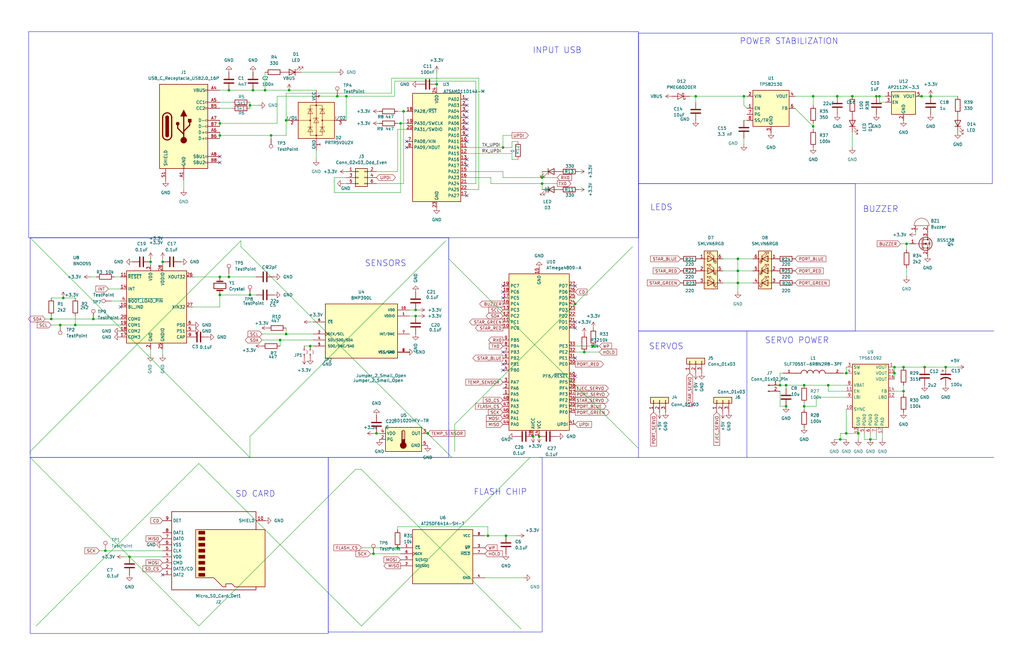
<source format=kicad_sch>
(kicad_sch (version 20250114) (generator "eeschema") (generator_version "9.0")
  (paper "USLedger")
  (rectangle (start 12.065 13.335) (end 269.24 100.33))
  (rectangle (start 12.7 100.33) (end 189.23 193.04))
  (rectangle (start 138.43 193.04) (end 228.6 266.7))
  (rectangle (start 12.7 193.04) (end 138.43 267.335))
  (rectangle (start 269.24 13.97) (end 418.465 77.47))
  (rectangle (start 269.24 77.47) (end 360.68 139.7))
  (text "BUZZER\n" (at 371.348 88.392 0) (effects (font (size 2.54 2.54))))
  (text "SENSORS " (at 163.576 111.252 0) (effects (font (size 2.54 2.54))))
  (text "SD CARD\n" (at 107.696 208.534 0) (effects (font (size 2.54 2.54))))
  (text "INPUT USB" (at 234.95 21.336 0) (effects (font (size 2.54 2.54))))
  (text "SERVOS\n" (at 280.924 146.304 0) (effects (font (size 2.54 2.54))))
  (text "FLASH CHIP\n" (at 211.0047 207.7133 0) (effects (font (size 2.54 2.54))))
  (text "LEDS\n" (at 278.892 87.63 0) (effects (font (size 2.54 2.54))))
  (text "POWER STABILIZATION" (at 332.74 17.526 0) (effects (font (size 2.54 2.54))))
  (text "SERVO POWER\n\n" (at 336.042 145.796 0) (effects (font (size 2.54 2.54))))
  (junction (at 339.09 171.45))
  (junction (at 370.84 40.64))
  (junction (at 354.33 185.42))
  (junction (at 331.47 171.45))
  (junction (at 118.11 143.51))
  (junction (at 250.19 146.05))
  (junction (at 353.06 40.64))
  (junction (at 339.09 162.56))
  (junction (at 377.19 154.94))
  (junction (at 175.26 133.35))
  (junction (at 96.52 38.1))
  (junction (at 331.47 162.56))
  (junction (at 158.75 182.88))
  (junction (at 92.71 52.07))
  (junction (at 227.33 184.15))
  (junction (at 170.18 46.99))
  (junction (at 106.68 38.1))
  (junction (at 311.15 114.3))
  (junction (at 228.6 77.47))
  (junction (at 180.34 182.88))
  (junction (at 31.75 137.16))
  (junction (at 205.74 226.06))
  (junction (at 68.58 110.49))
  (junction (at 367.03 185.42))
  (junction (at 111.76 38.1))
  (junction (at 39.37 134.62))
  (junction (at 342.9 40.64))
  (junction (at 184.15 35.56))
  (junction (at 356.87 157.48))
  (junction (at 313.69 40.64))
  (junction (at 398.78 154.94))
  (junction (at 121.92 38.1))
  (junction (at 21.59 134.62))
  (junction (at 26.67 125.73))
  (junction (at 92.71 116.84))
  (junction (at 224.79 184.15))
  (junction (at 142.24 40.64))
  (junction (at 311.15 119.38))
  (junction (at 120.65 50.8))
  (junction (at 382.27 102.87))
  (junction (at 392.43 40.64))
  (junction (at 242.57 128.27))
  (junction (at 167.64 231.14))
  (junction (at 213.36 226.06))
  (junction (at 54.61 234.95))
  (junction (at 120.65 140.97))
  (junction (at 63.5 110.49))
  (junction (at 114.3 57.15))
  (junction (at 349.25 162.56))
  (junction (at 130.81 146.05))
  (junction (at 381 154.94))
  (junction (at 246.38 148.59))
  (junction (at 146.05 40.64))
  (junction (at 212.09 62.23))
  (junction (at 105.41 44.45))
  (junction (at 389.89 154.94))
  (junction (at 175.26 130.81))
  (junction (at 359.41 40.64))
  (junction (at 105.41 124.46))
  (junction (at 377.19 157.48))
  (junction (at 25.4 137.16))
  (junction (at 381 165.1))
  (junction (at 157.48 233.68))
  (junction (at 342.9 53.34))
  (junction (at 356.87 182.88))
  (junction (at 361.95 182.88))
  (junction (at 388.62 40.64))
  (junction (at 168.91 52.07))
  (junction (at 228.6 74.93))
  (junction (at 328.93 162.56))
  (junction (at 369.57 40.64))
  (junction (at 92.71 57.15))
  (junction (at 293.37 40.64))
  (junction (at 96.52 116.84))
  (junction (at 311.15 109.22))
  (junction (at 92.71 124.46))
  (junction (at 44.45 232.41))
  (no_connect (at 196.85 49.53))
  (no_connect (at 171.45 59.69))
  (no_connect (at 242.57 138.43))
  (no_connect (at 196.85 46.99))
  (no_connect (at 212.09 120.65))
  (no_connect (at 196.85 41.91))
  (no_connect (at 212.09 123.19))
  (no_connect (at 212.09 156.21))
  (no_connect (at 212.09 125.73))
  (no_connect (at 196.85 69.85))
  (no_connect (at 196.85 54.61))
  (no_connect (at 196.85 57.15))
  (no_connect (at 242.57 135.89))
  (no_connect (at 196.85 82.55))
  (no_connect (at 196.85 59.69))
  (no_connect (at 242.57 158.75))
  (no_connect (at 196.85 52.07))
  (no_connect (at 50.8 129.54))
  (no_connect (at 212.09 148.59))
  (no_connect (at 68.58 242.57))
  (no_connect (at 212.09 153.67))
  (no_connect (at 196.85 44.45))
  (no_connect (at 171.45 62.23))
  (no_connect (at 92.71 68.58))
  (no_connect (at 196.85 67.31))
  (no_connect (at 242.57 151.13))
  (no_connect (at 242.57 120.65))
  (no_connect (at 92.71 66.04))
  (wire (pts (xy 311.15 123.19) (xy 311.15 119.38)))
  (wire (pts (xy 146.05 40.64) (xy 146.05 50.8)))
  (wire (pts (xy 351.79 185.42) (xy 354.33 185.42)))
  (wire (pts (xy 313.69 50.8) (xy 314.96 50.8)))
  (wire (pts (xy 246.38 148.59) (xy 252.73 148.59)))
  (wire (pts (xy 80.01 142.24) (xy 81.28 142.24)))
  (wire (pts (xy 172.72 148.59) (xy 171.45 148.59)))
  (wire (pts (xy 386.08 40.64) (xy 388.62 40.64)))
  (wire (pts (xy 133.35 63.5) (xy 133.35 67.31)))
  (wire (pts (xy 191.77 190.5) (xy 191.77 179.07)))
  (wire (pts (xy 168.91 52.07) (xy 171.45 52.07)))
  (wire (pts (xy 354.33 182.88) (xy 356.87 182.88)))
  (wire (pts (xy 313.69 40.64) (xy 314.96 40.64)))
  (wire (pts (xy 355.6 157.48) (xy 356.87 157.48)))
  (wire (pts (xy 372.11 185.42) (xy 372.11 182.88)))
  (wire (pts (xy 359.41 40.64) (xy 369.57 40.64)))
  (wire (pts (xy 339.09 171.45) (xy 339.09 170.18)))
  (wire (pts (xy 382.27 102.87) (xy 383.54 102.87)))
  (wire (pts (xy 293.37 43.18) (xy 293.37 40.64)))
  (wire (pts (xy 26.67 125.73) (xy 31.75 125.73)))
  (wire (pts (xy 127 30.48) (xy 142.24 30.48)))
  (wire (pts (xy 313.69 58.42) (xy 313.69 60.96)))
  (wire (pts (xy 40.64 116.84) (xy 38.1 116.84)))
  (wire (pts (xy 158.75 72.39) (xy 167.64 72.39)))
  (wire (pts (xy 96.52 116.84) (xy 107.95 116.84)))
  (wire (pts (xy 140.97 81.28) (xy 140.97 74.93)))
  (wire (pts (xy 311.15 109.22) (xy 317.5 109.22)))
  (wire (pts (xy 92.71 50.8) (xy 92.71 52.07)))
  (wire (pts (xy 68.58 111.76) (xy 68.58 110.49)))
  (wire (pts (xy 167.64 52.07) (xy 168.91 52.07)))
  (wire (pts (xy 46.99 127) (xy 50.8 127)))
  (wire (pts (xy 149.86 198.12) (xy 152.4 198.12)))
  (wire (pts (xy 356.87 167.64) (xy 344.17 167.64)))
  (wire (pts (xy 21.59 125.73) (xy 26.67 125.73)))
  (wire (pts (xy 184.15 35.56) (xy 184.15 36.83)))
  (wire (pts (xy 215.9 67.31) (xy 218.44 67.31)))
  (wire (pts (xy 121.92 38.1) (xy 133.35 38.1)))
  (polyline (pts (xy 314.96 193.04) (xy 314.96 139.7)))
  (wire (pts (xy 152.4 231.14) (xy 167.64 231.14)))
  (wire (pts (xy 142.24 40.64) (xy 146.05 40.64)))
  (wire (pts (xy 114.3 57.15) (xy 120.65 57.15)))
  (wire (pts (xy 77.47 80.01) (xy 77.47 76.2)))
  (wire (pts (xy 152.4 198.12) (xy 219.71 265.43)))
  (wire (pts (xy 339.09 162.56) (xy 349.25 162.56)))
  (wire (pts (xy 242.57 148.59) (xy 246.38 148.59)))
  (wire (pts (xy 304.8 114.3) (xy 311.15 114.3)))
  (wire (pts (xy 370.84 43.18) (xy 373.38 43.18)))
  (wire (pts (xy 196.85 74.93) (xy 207.01 74.93)))
  (wire (pts (xy 116.84 52.07) (xy 116.84 40.64)))
  (wire (pts (xy 12.7 190.5) (xy 101.6 101.6)))
  (wire (pts (xy 205.74 222.25) (xy 205.74 226.06)))
  (wire (pts (xy 92.71 57.15) (xy 114.3 57.15)))
  (wire (pts (xy 228.6 72.39) (xy 228.6 74.93)))
  (wire (pts (xy 311.15 114.3) (xy 311.15 109.22)))
  (wire (pts (xy 205.74 226.06) (xy 213.36 226.06)))
  (wire (pts (xy 92.71 52.07) (xy 92.71 53.34)))
  (wire (pts (xy 353.06 40.64) (xy 359.41 40.64)))
  (wire (pts (xy 250.19 146.05) (xy 252.73 146.05)))
  (wire (pts (xy 196.85 72.39) (xy 212.09 72.39)))
  (wire (pts (xy 196.85 62.23) (xy 212.09 62.23)))
  (wire (pts (xy 342.9 54.61) (xy 342.9 53.34)))
  (wire (pts (xy 314.96 45.72) (xy 313.69 44.45)))
  (wire (pts (xy 367.03 182.88) (xy 367.03 185.42)))
  (wire (pts (xy 12.7 191.77) (xy 12.7 190.5)))
  (wire (pts (xy 63.5 147.32) (xy 63.5 149.86)))
  (wire (pts (xy 105.41 124.46) (xy 107.95 124.46)))
  (wire (pts (xy 242.57 128.27) (xy 266.7 104.14)))
  (wire (pts (xy 218.44 226.06) (xy 213.36 226.06)))
  (wire (pts (xy 388.62 40.64) (xy 392.43 40.64)))
  (wire (pts (xy 92.71 116.84) (xy 96.52 116.84)))
  (wire (pts (xy 304.8 119.38) (xy 311.15 119.38)))
  (wire (pts (xy 313.69 40.64) (xy 313.69 44.45)))
  (wire (pts (xy 31.75 137.16) (xy 50.8 137.16)))
  (wire (pts (xy 331.47 162.56) (xy 331.47 163.83)))
  (wire (pts (xy 356.87 182.88) (xy 361.95 182.88)))
  (wire (pts (xy 152.4 264.16) (xy 223.52 193.04)))
  (wire (pts (xy 171.45 46.99) (xy 170.18 46.99)))
  (wire (pts (xy 191.77 179.07) (xy 242.57 128.27)))
  (wire (pts (xy 111.76 38.1) (xy 121.92 38.1)))
  (wire (pts (xy 132.08 135.89) (xy 130.81 135.89)))
  (wire (pts (xy 175.26 133.35) (xy 176.53 133.35)))
  (wire (pts (xy 354.33 182.88) (xy 354.33 185.42)))
  (wire (pts (xy 167.64 54.61) (xy 171.45 54.61)))
  (wire (pts (xy 215.9 59.69) (xy 218.44 59.69)))
  (wire (pts (xy 207.01 77.47) (xy 228.6 77.47)))
  (wire (pts (xy 15.24 264.16) (xy 83.82 195.58)))
  (wire (pts (xy 146.05 40.64) (xy 166.37 40.64)))
  (wire (pts (xy 369.57 185.42) (xy 369.57 182.88)))
  (wire (pts (xy 54.61 234.95) (xy 52.07 234.95)))
  (wire (pts (xy 41.91 232.41) (xy 44.45 232.41)))
  (wire (pts (xy 212.09 57.15) (xy 212.09 62.23)))
  (wire (pts (xy 381 166.37) (xy 381 165.1)))
  (wire (pts (xy 21.59 134.62) (xy 39.37 134.62)))
  (wire (pts (xy 311.15 114.3) (xy 317.5 114.3)))
  (wire (pts (xy 92.71 43.18) (xy 97.79 43.18)))
  (wire (pts (xy 105.41 44.45) (xy 105.41 45.72)))
  (wire (pts (xy 128.27 146.05) (xy 130.81 146.05)))
  (wire (pts (xy 349.25 162.56) (xy 349.25 165.1)))
  (wire (pts (xy 158.75 77.47) (xy 170.18 77.47)))
  (wire (pts (xy 83.82 195.58) (xy 152.4 264.16)))
  (wire (pts (xy 172.72 133.35) (xy 175.26 133.35)))
  (wire (pts (xy 379.73 102.87) (xy 382.27 102.87)))
  (wire (pts (xy 19.05 134.62) (xy 21.59 134.62)))
  (wire (pts (xy 39.37 134.62) (xy 50.8 134.62)))
  (wire (pts (xy 359.41 55.88) (xy 359.41 62.23)))
  (wire (pts (xy 207.01 74.93) (xy 207.01 77.47)))
  (wire (pts (xy 105.41 193.04) (xy 105.41 184.15)))
  (wire (pts (xy 335.28 40.64) (xy 342.9 40.64)))
  (wire (pts (xy 311.15 109.22) (xy 304.8 109.22)))
  (wire (pts (xy 168.91 81.28) (xy 140.97 81.28)))
  (wire (pts (xy 382.27 113.03) (xy 382.27 116.84)))
  (wire (pts (xy 63.5 109.22) (xy 63.5 110.49)))
  (wire (pts (xy 370.84 40.64) (xy 370.84 43.18)))
  (wire (pts (xy 111.76 30.48) (xy 111.76 38.1)))
  (wire (pts (xy 31.75 133.35) (xy 31.75 137.16)))
  (wire (pts (xy 354.33 185.42) (xy 356.87 185.42)))
  (wire (pts (xy 204.47 243.84) (xy 220.98 243.84)))
  (wire (pts (xy 68.58 147.32) (xy 68.58 149.86)))
  (polyline (pts (xy 269.24 193.04) (xy 269.24 139.7)))
  (wire (pts (xy 166.37 34.29) (xy 200.66 34.29)))
  (wire (pts (xy 96.52 115.57) (xy 96.52 116.84)))
  (wire (pts (xy 344.17 167.64) (xy 344.17 171.45)))
  (wire (pts (xy 212.09 74.93) (xy 228.6 74.93)))
  (wire (pts (xy 156.21 233.68) (xy 157.48 233.68)))
  (wire (pts (xy 356.87 154.94) (xy 356.87 157.48)))
  (wire (pts (xy 377.19 154.94) (xy 377.19 157.48)))
  (wire (pts (xy 349.25 162.56) (xy 356.87 162.56)))
  (wire (pts (xy 293.37 40.64) (xy 313.69 40.64)))
  (wire (pts (xy 189.23 100.33) (xy 189.23 109.22)))
  (wire (pts (xy 389.89 154.94) (xy 381 154.94)))
  (wire (pts (xy 167.64 223.52) (xy 167.64 222.25)))
  (wire (pts (xy 166.37 40.64) (xy 166.37 34.29)))
  (wire (pts (xy 392.43 40.64) (xy 403.86 40.64)))
  (wire (pts (xy 110.49 140.97) (xy 120.65 140.97)))
  (wire (pts (xy 356.87 172.72) (xy 356.87 182.88)))
  (wire (pts (xy 342.9 52.07) (xy 342.9 53.34)))
  (wire (pts (xy 54.61 234.95) (xy 68.58 234.95)))
  (wire (pts (xy 54.61 234.95) (xy 83.82 264.16)))
  (wire (pts (xy 212.09 62.23) (xy 215.9 62.23)))
  (wire (pts (xy 21.59 133.35) (xy 21.59 134.62)))
  (wire (pts (xy 101.6 104.14) (xy 180.34 182.88)))
  (wire (pts (xy 92.71 129.54) (xy 92.71 124.46)))
  (wire (pts (xy 180.34 182.88) (xy 190.5 193.04)))
  (wire (pts (xy 381 154.94) (xy 377.19 154.94)))
  (wire (pts (xy 167.64 231.14) (xy 168.91 231.14)))
  (wire (pts (xy 132.08 146.05) (xy 130.81 146.05)))
  (wire (pts (xy 83.82 264.16) (xy 149.86 198.12)))
  (wire (pts (xy 167.64 72.39) (xy 167.64 54.61)))
  (wire (pts (xy 92.71 38.1) (xy 96.52 38.1)))
  (wire (pts (xy 96.52 38.1) (xy 106.68 38.1)))
  (wire (pts (xy 184.15 30.48) (xy 184.15 35.56)))
  (wire (pts (xy 364.49 185.42) (xy 367.03 185.42)))
  (wire (pts (xy 377.19 165.1) (xy 381 165.1)))
  (wire (pts (xy 92.71 45.72) (xy 97.79 45.72)))
  (wire (pts (xy 369.57 40.64) (xy 370.84 40.64)))
  (wire (pts (xy 44.45 232.41) (xy 68.58 232.41)))
  (wire (pts (xy 328.93 165.1) (xy 328.93 171.45)))
  (wire (pts (xy 12.7 193.04) (xy 54.61 234.95)))
  (wire (pts (xy 92.71 52.07) (xy 116.84 52.07)))
  (wire (pts (xy 398.78 154.94) (xy 389.89 154.94)))
  (wire (pts (xy 370.84 40.64) (xy 373.38 40.64)))
  (wire (pts (xy 311.15 119.38) (xy 311.15 114.3)))
  (wire (pts (xy 242.57 146.05) (xy 250.19 146.05)))
  (wire (pts (xy 398.78 154.94) (xy 403.86 154.94)))
  (wire (pts (xy 105.41 44.45) (xy 109.22 44.45)))
  (wire (pts (xy 228.6 77.47) (xy 234.95 77.47)))
  (wire (pts (xy 311.15 119.38) (xy 317.5 119.38)))
  (wire (pts (xy 367.03 185.42) (xy 369.57 185.42)))
  (wire (pts (xy 339.09 172.72) (xy 339.09 171.45)))
  (wire (pts (xy 167.64 222.25) (xy 205.74 222.25)))
  (wire (pts (xy 364.49 182.88) (xy 364.49 185.42)))
  (wire (pts (xy 228.6 77.47) (xy 228.6 80.01)))
  (wire (pts (xy 157.48 182.88) (xy 158.75 182.88)))
  (wire (pts (xy 201.93 33.02) (xy 201.93 80.01)))
  (wire (pts (xy 328.93 162.56) (xy 331.47 162.56)))
  (wire (pts (xy 68.58 110.49) (xy 68.58 109.22)))
  (wire (pts (xy 175.26 130.81) (xy 176.53 130.81)))
  (wire (pts (xy 215.9 59.69) (xy 215.9 62.23)))
  (wire (pts (xy 12.7 100.33) (xy 105.41 193.04)))
  (wire (pts (xy 349.25 165.1) (xy 356.87 165.1)))
  (wire (pts (xy 92.71 57.15) (xy 92.71 58.42)))
  (wire (pts (xy 339.09 171.45) (xy 344.17 171.45)))
  (wire (pts (xy 290.83 40.64) (xy 293.37 40.64)))
  (wire (pts (xy 212.09 57.15) (xy 215.9 57.15)))
  (wire (pts (xy 200.66 77.47) (xy 196.85 77.47)))
  (wire (pts (xy 361.95 185.42) (xy 361.95 182.88)))
  (wire (pts (xy 377.19 157.48) (xy 377.19 160.02)))
  (wire (pts (xy 81.28 129.54) (xy 92.71 129.54)))
  (wire (pts (xy 328.93 157.48) (xy 328.93 162.56)))
  (wire (pts (xy 189.23 109.22) (xy 269.24 189.23)))
  (wire (pts (xy 382.27 102.87) (xy 382.27 105.41)))
  (wire (pts (xy 120.65 138.43) (xy 120.65 140.97)))
  (wire (pts (xy 328.93 157.48) (xy 330.2 157.48)))
  (wire (pts (xy 146.05 77.47) (xy 144.78 77.47)))
  (wire (pts (xy 331.47 162.56) (xy 339.09 162.56)))
  (wire (pts (xy 205.74 226.06) (xy 204.47 226.06)))
  (wire (pts (xy 118.11 143.51) (xy 118.11 146.05)))
  (wire (pts (xy 201.93 80.01) (xy 196.85 80.01)))
  (polyline (pts (xy 227.33 193.04) (xy 419.1 193.04)))
  (wire (pts (xy 386.08 97.79) (xy 386.08 99.06)))
  (wire (pts (xy 165.1 33.02) (xy 201.93 33.02)))
  (wire (pts (xy 215.9 64.77) (xy 215.9 67.31)))
  (wire (pts (xy 196.85 64.77) (xy 215.9 64.77)))
  (wire (pts (xy 116.84 40.64) (xy 142.24 40.64)))
  (wire (pts (xy 140.97 74.93) (xy 146.05 74.93)))
  (wire (pts (xy 101.6 101.6) (xy 101.6 104.14)))
  (wire (pts (xy 21.59 137.16) (xy 25.4 137.16)))
  (wire (pts (xy 335.28 45.72) (xy 342.9 53.34)))
  (wire (pts (xy 168.91 52.07) (xy 168.91 81.28)))
  (wire (pts (xy 212.09 72.39) (xy 212.09 74.93)))
  (wire (pts (xy 120.65 140.97) (xy 132.08 140.97)))
  (wire (pts (xy 105.41 184.15) (xy 187.96 101.6)))
  (wire (pts (xy 120.65 39.37) (xy 165.1 39.37)))
  (wire (pts (xy 158.75 182.88) (xy 160.02 182.88)))
  (wire (pts (xy 105.41 43.18) (xy 105.41 44.45)))
  (wire (pts (xy 228.6 74.93) (xy 234.95 74.93)))
  (wire (pts (xy 48.26 116.84) (xy 50.8 116.84)))
  (wire (pts (xy 45.72 121.92) (xy 50.8 121.92)))
  (wire (pts (xy 172.72 130.81) (xy 175.26 130.81)))
  (wire (pts (xy 120.65 57.15) (xy 120.65 50.8)))
  (wire (pts (xy 381 165.1) (xy 381 162.56)))
  (wire (pts (xy 25.4 137.16) (xy 31.75 137.16)))
  (wire (pts (xy 170.18 77.47) (xy 170.18 46.99)))
  (wire (pts (xy 63.5 110.49) (xy 63.5 111.76)))
  (wire (pts (xy 92.71 124.46) (xy 105.41 124.46)))
  (wire (pts (xy 342.9 40.64) (xy 353.06 40.64)))
  (wire (pts (xy 342.9 44.45) (xy 342.9 40.64)))
  (wire (pts (xy 328.93 171.45) (xy 331.47 171.45)))
  (wire (pts (xy 170.18 46.99) (xy 167.64 46.99)))
  (wire (pts (xy 200.66 34.29) (xy 200.66 77.47)))
  (wire (pts (xy 81.28 116.84) (xy 92.71 116.84)))
  (polyline (pts (xy 269.24 139.7) (xy 419.1 139.7)))
  (wire (pts (xy 157.48 233.68) (xy 168.91 233.68)))
  (wire (pts (xy 118.11 143.51) (xy 132.08 143.51)))
  (wire (pts (xy 106.68 38.1) (xy 111.76 38.1)))
  (wire (pts (xy 114.3 58.42) (xy 114.3 57.15)))
  (wire (pts (xy 92.71 55.88) (xy 92.71 57.15)))
  (wire (pts (xy 120.65 50.8) (xy 120.65 39.37)))
  (wire (pts (xy 110.49 143.51) (xy 118.11 143.51)))
  (wire (pts (xy 165.1 39.37) (xy 165.1 33.02)))
  (label "TX_UPDI" (at 203.2 62.23 0))
  (label "RX_UPDI" (at 203.2 64.77 0))
  (global_label "BUZZER" (shape input) (at 379.73 102.87 180) (property "Intersheetrefs" "${INTERSHEET_REFS}" (effects (hide yes))))
  (global_label "STAR_RED" (shape input) (at 287.02 114.3 180) (property "Intersheetrefs" "${INTERSHEET_REFS}" (effects (hide yes))))
  (global_label "STAR_BLUE" (shape output) (at 212.09 151.13 180) (property "Intersheetrefs" "${INTERSHEET_REFS}" (effects (hide yes))))
  (global_label "SCL" (shape input) (at 212.09 130.81 180) (property "Intersheetrefs" "${INTERSHEET_REFS}" (effects (hide yes))))
  (global_label "WP" (shape input) (at 204.47 231.14 0) (property "Intersheetrefs" "${INTERSHEET_REFS}" (effects (hide yes))))
  (global_label "FLASH_CS" (shape input) (at 152.4 231.14 180) (property "Intersheetrefs" "${INTERSHEET_REFS}" (effects (hide yes))))
  (global_label "CD" (shape input) (at 68.58 219.71 180) (property "Intersheetrefs" "${INTERSHEET_REFS}" (effects (hide yes))))
  (global_label "TX0" (shape output) (at 234.95 77.47 0) (property "Intersheetrefs" "${INTERSHEET_REFS}" (effects (hide yes))))
  (global_label "PORT_SERVO" (shape output) (at 242.57 166.37 0) (property "Intersheetrefs" "${INTERSHEET_REFS}" (effects (hide yes))))
  (global_label "CD" (shape input) (at 242.57 123.19 0) (property "Intersheetrefs" "${INTERSHEET_REFS}" (effects (hide yes))))
  (global_label "SDA" (shape bidirectional) (at 19.05 134.62 180) (property "Intersheetrefs" "${INTERSHEET_REFS}" (effects (hide yes))))
  (global_label "RX0" (shape input) (at 234.95 74.93 0) (property "Intersheetrefs" "${INTERSHEET_REFS}" (effects (hide yes))))
  (global_label "PORT_SERVO" (shape input) (at 275.59 173.99 270) (property "Intersheetrefs" "${INTERSHEET_REFS}" (effects (hide yes))))
  (global_label "MISO" (shape input) (at 68.58 227.33 180) (property "Intersheetrefs" "${INTERSHEET_REFS}" (effects (hide yes))))
  (global_label "HOLD" (shape input) (at 252.73 148.59 0) (property "Intersheetrefs" "${INTERSHEET_REFS}" (effects (hide yes))))
  (global_label "STAR_BLUE" (shape input) (at 287.02 109.22 180) (property "Intersheetrefs" "${INTERSHEET_REFS}" (effects (hide yes))))
  (global_label "TEMP_SENSOR" (shape input) (at 180.34 182.88 0) (property "Intersheetrefs" "${INTERSHEET_REFS}" (effects (hide yes))))
  (global_label "TEMP_SENSOR" (shape input) (at 212.09 161.29 180) (property "Intersheetrefs" "${INTERSHEET_REFS}" (effects (hide yes))))
  (global_label "PORT_RED" (shape output) (at 242.57 153.67 0) (property "Intersheetrefs" "${INTERSHEET_REFS}" (effects (hide yes))))
  (global_label "MOSI" (shape input) (at 168.91 236.22 180) (property "Intersheetrefs" "${INTERSHEET_REFS}" (effects (hide yes))))
  (global_label "FLASH_CS" (shape input) (at 212.09 171.45 180) (property "Intersheetrefs" "${INTERSHEET_REFS}" (effects (hide yes))))
  (global_label "SCL" (shape input) (at 21.59 137.16 180) (property "Intersheetrefs" "${INTERSHEET_REFS}" (effects (hide yes))))
  (global_label "PORT_GREEN" (shape input) (at 335.28 119.38 0) (property "Intersheetrefs" "${INTERSHEET_REFS}" (effects (hide yes))))
  (global_label "PORT_BLUE" (shape input) (at 335.28 109.22 0) (property "Intersheetrefs" "${INTERSHEET_REFS}" (effects (hide yes))))
  (global_label "MOSI" (shape input) (at 212.09 176.53 180) (property "Intersheetrefs" "${INTERSHEET_REFS}" (effects (hide yes))))
  (global_label "SD_CS" (shape input) (at 68.58 240.03 180) (property "Intersheetrefs" "${INTERSHEET_REFS}" (effects (hide yes))))
  (global_label "STAR_GREEN" (shape input) (at 287.02 119.38 180) (property "Intersheetrefs" "${INTERSHEET_REFS}" (effects (hide yes))))
  (global_label "STAR_RED" (shape output) (at 212.09 138.43 180) (property "Intersheetrefs" "${INTERSHEET_REFS}" (effects (hide yes))))
  (global_label "WP" (shape input) (at 252.73 146.05 0) (property "Intersheetrefs" "${INTERSHEET_REFS}" (effects (hide yes))))
  (global_label "HOLD" (shape input) (at 204.47 233.68 0) (property "Intersheetrefs" "${INTERSHEET_REFS}" (effects (hide yes))))
  (global_label "EJEC_SERVO" (shape output) (at 242.57 163.83 0) (property "Intersheetrefs" "${INTERSHEET_REFS}" (effects (hide yes))))
  (global_label "SDA" (shape bidirectional) (at 212.09 133.35 180) (property "Intersheetrefs" "${INTERSHEET_REFS}" (effects (hide yes))))
  (global_label "SCL" (shape input) (at 110.49 140.97 180) (property "Intersheetrefs" "${INTERSHEET_REFS}" (effects (hide yes))))
  (global_label "STAR_SERVO" (shape input) (at 290.83 157.48 270) (property "Intersheetrefs" "${INTERSHEET_REFS}" (effects (hide yes))))
  (global_label "EJEC_SERVO" (shape input) (at 302.26 173.99 270) (property "Intersheetrefs" "${INTERSHEET_REFS}" (effects (hide yes))))
  (global_label "TX0" (shape input) (at 212.09 146.05 180) (property "Intersheetrefs" "${INTERSHEET_REFS}" (effects (hide yes))))
  (global_label "BUZZER" (shape output) (at 212.09 128.27 180) (property "Intersheetrefs" "${INTERSHEET_REFS}" (effects (hide yes))))
  (global_label "SDA" (shape bidirectional) (at 110.49 143.51 180) (property "Intersheetrefs" "${INTERSHEET_REFS}" (effects (hide yes))))
  (global_label "UPDI" (shape output) (at 215.9 57.15 0) (property "Intersheetrefs" "${INTERSHEET_REFS}" (effects (hide yes))))
  (global_label "INT" (shape input) (at 45.72 121.92 180) (property "Intersheetrefs" "${INTERSHEET_REFS}" (effects (hide yes))))
  (global_label "UPDI" (shape input) (at 242.57 179.07 0) (property "Intersheetrefs" "${INTERSHEET_REFS}" (effects (hide yes))))
  (global_label "STAR_SERVO" (shape output) (at 242.57 168.91 0) (property "Intersheetrefs" "${INTERSHEET_REFS}" (effects (hide yes))))
  (global_label "SCK" (shape input) (at 41.91 232.41 180) (property "Intersheetrefs" "${INTERSHEET_REFS}" (effects (hide yes))))
  (global_label "UPDI" (shape bidirectional) (at 158.75 74.93 0) (property "Intersheetrefs" "${INTERSHEET_REFS}" (effects (hide yes))))
  (global_label "SCK" (shape input) (at 156.21 233.68 180) (property "Intersheetrefs" "${INTERSHEET_REFS}" (effects (hide yes))))
  (global_label "PORT_RED" (shape input) (at 335.28 114.3 0) (property "Intersheetrefs" "${INTERSHEET_REFS}" (effects (hide yes))))
  (global_label "PORT_GREEN" (shape output) (at 242.57 173.99 0) (property "Intersheetrefs" "${INTERSHEET_REFS}" (effects (hide yes))))
  (global_label "STAR_GREEN" (shape output) (at 212.09 135.89 180) (property "Intersheetrefs" "${INTERSHEET_REFS}" (effects (hide yes))))
  (global_label "MISO" (shape input) (at 212.09 179.07 180) (property "Intersheetrefs" "${INTERSHEET_REFS}" (effects (hide yes))))
  (global_label "SD_CS" (shape input) (at 212.09 168.91 180) (property "Intersheetrefs" "${INTERSHEET_REFS}" (effects (hide yes))))
  (global_label "PORT_BLUE" (shape output) (at 242.57 171.45 0) (property "Intersheetrefs" "${INTERSHEET_REFS}" (effects (hide yes))))
  (global_label "RX0" (shape output) (at 212.09 143.51 180) (property "Intersheetrefs" "${INTERSHEET_REFS}" (effects (hide yes))))
  (global_label "MOSI" (shape input) (at 68.58 237.49 180) (property "Intersheetrefs" "${INTERSHEET_REFS}" (effects (hide yes))))
  (global_label "SCK" (shape input) (at 212.09 173.99 180) (property "Intersheetrefs" "${INTERSHEET_REFS}" (effects (hide yes))))
  (global_label "MISO" (shape output) (at 168.91 238.76 180) (property "Intersheetrefs" "${INTERSHEET_REFS}" (effects (hide yes))))
  (symbol (lib_id "power:GND") (at 180.34 187.96 0) (unit 1)
    (property "Reference" "#PWR0171" (effects (hide yes)))
    (property "Value" "GND" (at 180.34 193.04 0))
    (property "Description" "Power symbol creates a global label with name \"GND\" , ground" (effects (hide yes)))
  )
  (symbol (lib_id "power:GND") (at 160.02 185.42 0) (unit 1)
    (property "Reference" "#PWR0172" (effects (hide yes)))
    (property "Value" "GND" (at 160.02 190.5 0))
    (property "Description" "Power symbol creates a global label with name \"GND\" , ground" (effects (hide yes)))
  )
  (symbol (lib_id "Connector:TestPoint") (at 25.4 137.16 180) (unit 1)
    (property "Reference" "TP2" (at 27.94 139.1919 0) (effects (justify right)))
    (property "Value" "TestPoint" (at 27.94 141.7319 0) (effects (justify right)))
    (property "Footprint" "TestPoint:TestPoint_Pad_1.0x1.0mm" (effects (hide yes)))
    (property "Description" "test point" (effects (hide yes)))
  )
  (symbol (lib_id "Device:C") (at 220.98 184.15 90) (unit 1)
    (property "Reference" "C26" (at 218.948 188.722 90))
    (property "Value" "0.1uF" (at 218.948 191.262 90))
    (property "Footprint" "Capacitor_SMD:C_0201_0603Metric" (effects (hide yes)))
    (property "Description" "Unpolarized capacitor" (effects (hide yes)))
  )
  (symbol (lib_id "Device:R") (at 116.84 138.43 90) (unit 1)
    (property "Reference" "R10" (at 116.586 133.604 90))
    (property "Value" "4k7" (at 116.078 135.382 90))
    (property "Footprint" "Resistor_SMD:R_0603_1608Metric" (effects (hide yes)))
    (property "Description" "Resistor" (effects (hide yes)))
  )
  (symbol (lib_id "Device:LED") (at 403.86 52.07 90) (unit 1)
    (property "Reference" "D14" (at 407.67 52.3874 90) (effects (justify right)))
    (property "Value" "LED" (at 407.67 54.9274 90) (effects (justify right)))
    (property "Footprint" "LED_SMD:LED_0201_0603Metric" (effects (hide yes)))
    (property "Description" "Light emitting diode" (effects (hide yes)))
    (property "Sim.Pins" "1=K 2=A" (effects (hide yes)))
  )
  (symbol (lib_id "Connector:TestPoint") (at 44.45 232.41 0) (unit 1)
    (property "Reference" "TP1" (at 46.99 227.8379 0) (effects (justify left)))
    (property "Value" "TestPoint" (at 46.99 230.3779 0) (effects (justify left)))
    (property "Footprint" "TestPoint:TestPoint_Pad_1.0x1.0mm" (effects (hide yes)))
    (property "Description" "test point" (effects (hide yes)))
  )
  (symbol (lib_id "Device:R") (at 290.83 109.22 90) (unit 1)
    (property "Reference" "R21" (at 290.83 109.474 90))
    (property "Value" "220" (at 290.83 111.506 90))
    (property "Footprint" "Resistor_SMD:R_0603_1608Metric" (effects (hide yes)))
    (property "Description" "Resistor" (effects (hide yes)))
  )
  (symbol (lib_id "power:GND") (at 389.89 162.56 0) (unit 1)
    (property "Reference" "#PWR0127" (effects (hide yes)))
    (property "Value" "GND" (at 389.89 167.64 0))
    (property "Description" "Power symbol creates a global label with name \"GND\" , ground" (effects (hide yes)))
  )
  (symbol (lib_id "Device:C") (at 72.39 110.49 90) (unit 1)
    (property "Reference" "C17" (at 72.39 102.87 90))
    (property "Value" "0.1uF" (at 72.39 105.41 90))
    (property "Footprint" "Capacitor_SMD:C_0603_1608Metric" (effects (hide yes)))
    (property "Description" "Unpolarized capacitor" (effects (hide yes)))
  )
  (symbol (lib_id "power:GND") (at 391.16 107.95 0) (unit 1)
    (property "Reference" "#PWR070" (effects (hide yes)))
    (property "Value" "GND" (at 391.16 113.03 0))
    (property "Description" "Power symbol creates a global label with name \"GND\" , ground" (effects (hide yes)))
  )
  (symbol (lib_id "power:+3.3V") (at 38.1 116.84 90) (unit 1)
    (property "Reference" "#PWR0181" (effects (hide yes)))
    (property "Value" "+3.3V" (at 34.29 116.8401 90) (effects (justify left)))
    (property "Description" "Power symbol creates a global label with name \"+3.3V\"" (effects (hide yes)))
  )
  (symbol (lib_id "Device:R") (at 331.47 119.38 90) (unit 1)
    (property "Reference" "R26" (at 331.724 119.634 90))
    (property "Value" "220" (at 331.47 122.682 90))
    (property "Footprint" "Resistor_SMD:R_0603_1608Metric" (effects (hide yes)))
    (property "Description" "Resistor" (effects (hide yes)))
  )
  (symbol (lib_id "power:GND") (at 307.34 173.99 0) (unit 1)
    (property "Reference" "#PWR0117" (effects (hide yes)))
    (property "Value" "GND" (at 307.3401 177.8 90) (effects (justify right)))
    (property "Description" "Power symbol creates a global label with name \"GND\" , ground" (effects (hide yes)))
  )
  (symbol (lib_id "Connector:TestPoint") (at 46.99 127 90) (unit 1)
    (property "Reference" "TP7" (at 40.894 127.508 90))
    (property "Value" "TestPoint" (at 43.688 124.46 90))
    (property "Footprint" "TestPoint:TestPoint_Pad_1.0x1.0mm" (effects (hide yes)))
    (property "Description" "test point" (effects (hide yes)))
  )
  (symbol (lib_id "power:+3.3V") (at 176.53 130.81 270) (unit 1)
    (property "Reference" "#PWR0149" (effects (hide yes)))
    (property "Value" "+3.3V" (at 180.34 130.8099 90) (effects (justify left)))
    (property "Description" "Power symbol creates a global label with name \"+3.3V\"" (effects (hide yes)))
  )
  (symbol (lib_id "power:GND") (at 50.8 139.7 270) (unit 1)
    (property "Reference" "#PWR021" (effects (hide yes)))
    (property "Value" "GND" (at 46.99 139.6999 90) (effects (justify right)))
    (property "Description" "Power symbol creates a global label with name \"GND\" , ground" (effects (hide yes)))
  )
  (symbol (lib_id "Device:R") (at 163.83 46.99 90) (unit 1)
    (property "Reference" "R8" (at 160.528 49.276 90))
    (property "Value" "4k7" (at 164.338 49.276 90))
    (property "Footprint" "Resistor_SMD:R_0603_1608Metric" (effects (hide yes)))
    (property "Description" "Resistor" (effects (hide yes)))
  )
  (symbol (lib_id "power:GND") (at 68.58 229.87 270) (unit 1)
    (property "Reference" "#PWR017" (effects (hide yes)))
    (property "Value" "GND" (at 63.754 229.87 90))
    (property "Description" "Power symbol creates a global label with name \"GND\" , ground" (effects (hide yes)))
  )
  (symbol (lib_id "power:+3.3V") (at 160.02 46.99 90) (unit 1)
    (property "Reference" "#PWR0150" (effects (hide yes)))
    (property "Value" "+3.3V" (at 156.21 46.9899 90) (effects (justify left)))
    (property "Description" "Power symbol creates a global label with name \"+3.3V\"" (effects (hide yes)))
  )
  (symbol (lib_id "Device:C") (at 331.47 167.64 0) (unit 1)
    (property "Reference" "C8" (at 333.502 163.83 0) (effects (justify left)))
    (property "Value" "10u" (at 333.502 166.37 0) (effects (justify left)))
    (property "Footprint" "Capacitor_SMD:C_0603_1608Metric" (effects (hide yes)))
    (property "Description" "Unpolarized capacitor" (effects (hide yes)))
  )
  (symbol (lib_id "Connector:TestPoint") (at 96.52 115.57 0) (unit 1)
    (property "Reference" "TP5" (at 99.06 110.9979 0) (effects (justify left)))
    (property "Value" "TestPoint" (at 99.06 113.5379 0) (effects (justify left)))
    (property "Footprint" "TestPoint:TestPoint_Pad_1.0x1.0mm" (effects (hide yes)))
    (property "Description" "test point" (effects (hide yes)))
  )
  (symbol (lib_id "power:GND") (at 77.47 80.01 0) (unit 1)
    (property "Reference" "#PWR0141" (effects (hide yes)))
    (property "Value" "GND" (at 77.47 85.09 0))
    (property "Description" "Power symbol creates a global label with name \"GND\" , ground" (effects (hide yes)))
  )
  (symbol (lib_id "Device:C") (at 293.37 46.99 0) (unit 1)
    (property "Reference" "C14" (at 283.972 45.974 0) (effects (justify left)))
    (property "Value" "10uF" (at 283.972 48.514 0) (effects (justify left)))
    (property "Footprint" "Capacitor_SMD:C_0603_1608Metric" (effects (hide yes)))
    (property "Description" "Unpolarized capacitor" (effects (hide yes)))
  )
  (symbol (lib_id "power:+3.3V") (at 386.08 99.06 90) (unit 1)
    (property "Reference" "#PWR02" (effects (hide yes)))
    (property "Value" "+3.3V" (at 382.27 99.0599 90) (effects (justify left)))
    (property "Description" "Power symbol creates a global label with name \"+3.3V\"" (effects (hide yes)))
  )
  (symbol (lib_id "power:+3.3V") (at 224.79 184.15 180) (unit 1)
    (property "Reference" "#PWR0183" (effects (hide yes)))
    (property "Value" "+3.3V" (effects (hide yes)))
    (property "Description" "Power symbol creates a global label with name \"+3.3V\"" (effects (hide yes)))
  )
  (symbol (lib_id "Device:Buzzer") (at 388.62 95.25 90) (unit 1)
    (property "Reference" "BZ1" (at 392.43 93.2248 90) (effects (justify right)))
    (property "Value" "Buzzer" (at 392.43 95.7648 90) (effects (justify right)))
    (property "Footprint" "Buzzer_Beeper:MagneticBuzzer_Kingstate_KCG0601" (effects (hide yes)))
    (property "Description" "Buzzer, polarized" (effects (hide yes)))
  )
  (symbol (lib_id "power:GND") (at 175.26 140.97 0) (unit 1)
    (property "Reference" "#PWR015" (effects (hide yes)))
    (property "Value" "GND" (at 175.2599 144.78 90) (effects (justify right)))
    (property "Description" "Power symbol creates a global label with name \"GND\" , ground" (effects (hide yes)))
  )
  (symbol (lib_id "Regulator_Linear:AP2112K-3.3") (at 381 43.18 0) (unit 1)
    (property "Reference" "U12" (at 381 34.29 0))
    (property "Value" "AP2112K-3.3" (at 381 36.83 0))
    (property "Footprint" "Package_TO_SOT_SMD:SOT-23-5" (effects (hide yes)))
    (property "Datasheet" "https://www.diodes.com/assets/Datasheets/AP2112.pdf" (effects (hide yes)))
    (property "Description" "600mA low dropout linear regulator, with enable pin, 3.8V-6V input voltage range, 3.3V fixed positive output, SOT-23-5" (effects (hide yes)))
  )
  (symbol (lib_id "LED:SMLVN6RGB") (at 299.72 114.3 0) (unit 1)
    (property "Reference" "D7" (at 299.72 100.33 0))
    (property "Value" "SMLVN6RGB" (at 299.72 102.87 0))
    (property "Footprint" "LED_SMD:LED_ROHM_SMLVN6" (effects (hide yes)))
    (property "Datasheet" "https://www.rohm.com/datasheet/SMLVN6RGB1U" (effects (hide yes)))
    (property "Description" "High Brightness Tri-Color LED, RGB, 3.5x2.8mm" (effects (hide yes)))
  )
  (symbol (lib_id "Connector:TestPoint") (at 157.48 233.68 0) (unit 1)
    (property "Reference" "TP6" (at 160.02 229.1079 0) (effects (justify left)))
    (property "Value" "TestPoint" (at 160.02 231.6479 0) (effects (justify left)))
    (property "Footprint" "TestPoint:TestPoint_Pad_1.0x1.0mm" (effects (hide yes)))
    (property "Description" "test point" (effects (hide yes)))
  )
  (symbol (lib_id "Device:R") (at 382.27 109.22 0) (unit 1)
    (property "Reference" "R34" (at 384.81 107.9499 0) (effects (justify left)))
    (property "Value" "2k2" (at 384.81 110.4899 0) (effects (justify left)))
    (property "Footprint" "Resistor_SMD:R_0603_1608Metric" (effects (hide yes)))
    (property "Description" "Resistor" (effects (hide yes)))
  )
  (symbol (lib_id "Device:R") (at 250.19 142.24 0) (unit 1)
    (property "Reference" "R33" (at 252.73 140.9699 0) (effects (justify left)))
    (property "Value" "10k" (at 252.73 143.5099 0) (effects (justify left)))
    (property "Footprint" "Resistor_SMD:R_0201_0603Metric" (effects (hide yes)))
    (property "Description" "Resistor" (effects (hide yes)))
  )
  (symbol (lib_id "Device:C_Polarized_US") (at 398.78 158.75 0) (unit 1)
    (property "Reference" "C13" (at 401.066 156.464 0) (effects (justify left)))
    (property "Value" "100u" (at 400.812 162.306 0) (effects (justify left)))
    (property "Footprint" "Capacitor_SMD:C_0603_1608Metric" (effects (hide yes)))
    (property "Description" "Polarized capacitor, US symbol" (effects (hide yes)))
  )
  (symbol (lib_id "power:GND") (at 293.37 50.8 0) (unit 1)
    (property "Reference" "#PWR0131" (effects (hide yes)))
    (property "Value" "GND" (at 288.798 50.292 0))
    (property "Description" "Power symbol creates a global label with name \"GND\" , ground" (effects (hide yes)))
  )
  (symbol (lib_id "power:GND") (at 331.47 171.45 0) (unit 1)
    (property "Reference" "#PWR03" (effects (hide yes)))
    (property "Value" "GND" (at 331.47 176.53 0))
    (property "Description" "Power symbol creates a global label with name \"GND\" , ground" (effects (hide yes)))
  )
  (symbol (lib_id "power:GND") (at 403.86 55.88 0) (unit 1)
    (property "Reference" "#PWR0193" (effects (hide yes)))
    (property "Value" "GND" (at 403.86 60.96 0))
    (property "Description" "Power symbol creates a global label with name \"GND\" , ground" (effects (hide yes)))
  )
  (symbol (lib_id "power:+3.3V") (at 130.81 135.89 90) (unit 1)
    (property "Reference" "#PWR0145" (effects (hide yes)))
    (property "Value" "+3.3V" (at 136.144 132.842 90) (effects (justify left)))
    (property "Description" "Power symbol creates a global label with name \"+3.3V\"" (effects (hide yes)))
  )
  (symbol (lib_id "power:GND") (at 342.9 62.23 0) (unit 1)
    (property "Reference" "#PWR0186" (effects (hide yes)))
    (property "Value" "GND" (at 342.9 67.31 0))
    (property "Description" "Power symbol creates a global label with name \"GND\" , ground" (effects (hide yes)))
  )
  (symbol (lib_id "Connector:TestPoint") (at 39.37 134.62 0) (unit 1)
    (property "Reference" "TP9" (at 41.148 131.572 0) (effects (justify left)))
    (property "Value" "TestPoint" (at 41.148 134.112 0) (effects (justify left)))
    (property "Footprint" "TestPoint:TestPoint_Pad_1.0x1.0mm" (effects (hide yes)))
    (property "Description" "test point" (effects (hide yes)))
  )
  (symbol (lib_id "Device:LED") (at 359.41 52.07 90) (unit 1)
    (property "Reference" "D13" (at 367.03 53.6575 0))
    (property "Value" "LED" (at 364.49 53.6575 0))
    (property "Footprint" "LED_SMD:LED_0201_0603Metric" (effects (hide yes)))
    (property "Description" "Light emitting diode" (effects (hide yes)))
    (property "Sim.Pins" "1=K 2=A" (effects (hide yes)))
  )
  (symbol (lib_id "power:GND") (at 133.35 67.31 0) (unit 1)
    (property "Reference" "#PWR0155" (effects (hide yes)))
    (property "Value" "GND" (at 133.35 72.39 0))
    (property "Description" "Power symbol creates a global label with name \"GND\" , ground" (effects (hide yes)))
  )
  (symbol (lib_id "Device:R") (at 44.45 116.84 270) (unit 1)
    (property "Reference" "R3" (at 41.91 114.808 90))
    (property "Value" "10k" (at 46.228 114.808 90))
    (property "Footprint" "Resistor_SMD:R_0603_1608Metric" (effects (hide yes)))
    (property "Description" "Resistor" (effects (hide yes)))
  )
  (symbol (lib_id "power:GND") (at 115.57 116.84 90) (unit 1)
    (property "Reference" "#PWR0159" (effects (hide yes)))
    (property "Value" "GND" (at 119.38 116.8399 90) (effects (justify right)))
    (property "Description" "Power symbol creates a global label with name \"GND\" , ground" (effects (hide yes)))
  )
  (symbol (lib_id "power:+3.3V") (at 128.27 151.13 180) (unit 1)
    (property "Reference" "#PWR0161" (effects (hide yes)))
    (property "Value" "+3.3V" (at 128.27 156.21 0))
    (property "Description" "Power symbol creates a global label with name \"+3.3V\"" (effects (hide yes)))
  )
  (symbol (lib_id "Jumper:Jumper_2_Small_Open") (at 128.27 148.59 270) (unit 1) (exclude_from_sim yes)
    (property "Reference" "JP1" (at 123.952 149.86 90) (effects (justify left)))
    (property "Value" "Jumper_2_Small_Open" (at 148.844 160.528 90) (effects (justify left)))
    (property "Footprint" "Jumper:SolderJumper-2_P1.3mm_Open_Pad1.0x1.5mm" (effects (hide yes)))
    (property "Description" "Jumper, 2-pole, small symbol, open" (effects (hide yes)))
  )
  (symbol (lib_id "Device:C") (at 175.26 137.16 180) (unit 1)
    (property "Reference" "C20" (at 183.642 137.16 0))
    (property "Value" "0.1uF" (at 183.642 139.192 0))
    (property "Footprint" "Capacitor_SMD:C_0603_1608Metric" (effects (hide yes)))
    (property "Description" "Unpolarized capacitor" (effects (hide yes)))
  )
  (symbol (lib_id "Device:LED") (at 123.19 30.48 180) (unit 1)
    (property "Reference" "D1" (at 124.7775 22.86 0))
    (property "Value" "LED" (at 124.7775 25.4 0))
    (property "Footprint" "LED_SMD:LED_0201_0603Metric" (effects (hide yes)))
    (property "Description" "Light emitting diode" (effects (hide yes)))
    (property "Sim.Pins" "1=K 2=A" (effects (hide yes)))
  )
  (symbol (lib_id "power:+3.3V") (at 243.84 72.39 270) (unit 1)
    (property "Reference" "#PWR0148" (effects (hide yes)))
    (property "Value" "+3.3V" (at 248.92 72.39 0))
    (property "Description" "Power symbol creates a global label with name \"+3.3V\"" (effects (hide yes)))
  )
  (symbol (lib_id "Connector_Generic:Conn_01x03") (at 293.37 152.4 90) (unit 1)
    (property "Reference" "J5" (at 298.45 151.1299 90) (effects (justify right)))
    (property "Value" "Conn_01x03" (at 298.45 153.6699 90) (effects (justify right)))
    (property "Footprint" "Connector_PinHeader_2.54mm:PinHeader_1x03_P2.54mm_Vertical" (effects (hide yes)))
    (property "Description" "Generic connector, single row, 01x03, script generated (kicad-library-utils/schlib/autogen/connector/)" (effects (hide yes)))
  )
  (symbol (lib_id "power:+5V") (at 293.37 157.48 180) (unit 1)
    (property "Reference" "#PWR0120" (effects (hide yes)))
    (property "Value" "+5V" (at 293.3701 161.29 90) (effects (justify left)))
    (property "Description" "Power symbol creates a global label with name \"+5V\"" (effects (hide yes)))
  )
  (symbol (lib_id "power:+3.3V") (at 176.53 133.35 270) (unit 1)
    (property "Reference" "#PWR0147" (effects (hide yes)))
    (property "Value" "+3.3V" (at 180.34 133.3499 90) (effects (justify left)))
    (property "Description" "Power symbol creates a global label with name \"+3.3V\"" (effects (hide yes)))
  )
  (symbol (lib_id "Device:C") (at 111.76 124.46 90) (unit 1)
    (property "Reference" "C5" (at 115.062 128.778 90))
    (property "Value" "22p" (at 115.824 127 90))
    (property "Footprint" "Capacitor_SMD:C_0603_1608Metric" (effects (hide yes)))
    (property "Description" "Unpolarized capacitor" (effects (hide yes)))
  )
  (symbol (lib_id "power:GND") (at 398.78 162.56 0) (unit 1)
    (property "Reference" "#PWR0116" (effects (hide yes)))
    (property "Value" "GND" (at 398.78 167.64 0))
    (property "Description" "Power symbol creates a global label with name \"GND\" , ground" (effects (hide yes)))
  )
  (symbol (lib_id "Device:LED") (at 232.41 72.39 0) (unit 1)
    (property "Reference" "D5" (at 230.8225 80.01 0))
    (property "Value" "LED" (effects (hide yes)))
    (property "Footprint" "LED_SMD:LED_0201_0603Metric" (effects (hide yes)))
    (property "Description" "Light emitting diode" (effects (hide yes)))
    (property "Sim.Pins" "1=K 2=A" (effects (hide yes)))
  )
  (symbol (lib_id "Device:Crystal") (at 92.71 120.65 90) (unit 1)
    (property "Reference" "Y1" (at 96.52 119.3799 90) (effects (justify right)))
    (property "Value" "Crystal" (at 96.52 121.9199 90) (effects (justify right)))
    (property "Footprint" "Crystal:Crystal_C26-LF_D2.1mm_L6.5mm_Vertical" (effects (hide yes)))
    (property "Description" "Two pin crystal" (effects (hide yes)))
  )
  (symbol (lib_id "BMP390L:BMP390L") (at 152.4 140.97 0) (unit 1)
    (property "Reference" "U4" (at 152.4 123.19 0))
    (property "Value" "BMP390L" (at 152.4 125.73 0))
    (property "Footprint" "Package_LGA:ST_HLGA-10_2x2mm_P0.5mm_LayoutBorder3x2y" (effects (hide yes)))
    (property "MF" "Bosch Sensortec" (effects (hide yes)))
    (property "MAXIMUM_PACKAGE_HEIGHT" "0.8 mm" (effects (hide yes)))
    (property "Package" "None" (effects (hide yes)))
    (property "Price" "None" (effects (hide yes)))
    (property "Check_prices" "https://www.snapeda.com/parts/BMP390L/Bosch/view-part/?ref=eda" (effects (hide yes)))
    (property "STANDARD" "Manufacturer Recommendation" (effects (hide yes)))
    (property "PARTREV" "1.7" (effects (hide yes)))
    (property "SnapEDA_Link" "https://www.snapeda.com/parts/BMP390L/Bosch/view-part/?ref=snap" (effects (hide yes)))
    (property "MP" "BMP390L" (effects (hide yes)))
    (property "Description_1" "\n                        \n                            Pressure Sensor Development Tools Evaluation Shuttle Board for the BMP390L\n                        \n" (effects (hide yes)))
    (property "MANUFACTURER" "BOSCH" (effects (hide yes)))
    (property "Availability" "In Stock" (effects (hide yes)))
    (property "SNAPEDA_PN" "BMP390L" (effects (hide yes)))
  )
  (symbol (lib_id "power:GND") (at 234.95 184.15 90) (unit 1)
    (property "Reference" "#PWR026" (effects (hide yes)))
    (property "Value" "GND" (at 238.76 184.1499 90) (effects (justify right)))
    (property "Description" "Power symbol creates a global label with name \"GND\" , ground" (effects (hide yes)))
  )
  (symbol (lib_id "power:GND") (at 96.52 30.48 180) (unit 1)
    (property "Reference" "#PWR09" (effects (hide yes)))
    (property "Value" "GND" (at 96.52 25.4 0))
    (property "Description" "Power symbol creates a global label with name \"GND\" , ground" (effects (hide yes)))
  )
  (symbol (lib_id "power:GND") (at 69.85 76.2 0) (unit 1)
    (property "Reference" "#PWR024" (effects (hide yes)))
    (property "Value" "GND" (at 69.85 81.28 0))
    (property "Description" "Power symbol creates a global label with name \"GND\" , ground" (effects (hide yes)))
  )
  (symbol (lib_id "Device:C") (at 54.61 238.76 180) (unit 1)
    (property "Reference" "C7" (at 44.958 240.538 0) (effects (justify right)))
    (property "Value" "0.1uF" (at 44.958 243.078 0) (effects (justify right)))
    (property "Footprint" "Capacitor_SMD:C_0603_1608Metric" (effects (hide yes)))
    (property "Description" "Unpolarized capacitor" (effects (hide yes)))
  )
  (symbol (lib_id "Sensor_Temperature:BD1020HFV") (at 170.18 185.42 0) (unit 1)
    (property "Reference" "U5" (at 170.18 175.26 0))
    (property "Value" "BD1020HFV-TR" (at 173.482 177.546 0))
    (property "Footprint" "Package_TO_SOT_SMD:HVSOF5" (effects (hide yes)))
    (property "Datasheet" "http://rohmfs.rohm.com/en/products/databook/datasheet/ic/sensor/temperature/bd1020hfv-e.pdf" (effects (hide yes)))
    (property "Description" "Analog Output Temperature Sensor" (effects (hide yes)))
  )
  (symbol (lib_id "power:GND") (at 111.76 219.71 90) (unit 1)
    (property "Reference" "#PWR0162" (effects (hide yes)))
    (property "Value" "GND" (at 115.57 219.7099 90) (effects (justify right)))
    (property "Description" "Power symbol creates a global label with name \"GND\" , ground" (effects (hide yes)))
  )
  (symbol (lib_id "Device:R") (at 381 158.75 0) (unit 1)
    (property "Reference" "R29" (at 383.54 157.4799 0) (effects (justify left)))
    (property "Value" "315k" (at 383.54 160.0199 0) (effects (justify left)))
    (property "Footprint" "Resistor_SMD:R_0603_1608Metric" (effects (hide yes)))
    (property "Description" "Resistor" (effects (hide yes)))
  )
  (symbol (lib_id "power:+3.3V") (at 160.02 52.07 90) (unit 1)
    (property "Reference" "#PWR0151" (effects (hide yes)))
    (property "Value" "+3.3V" (at 156.21 52.0699 90) (effects (justify left)))
    (property "Description" "Power symbol creates a global label with name \"+3.3V\"" (effects (hide yes)))
  )
  (symbol (lib_id "Device:R") (at 339.09 176.53 0) (unit 1)
    (property "Reference" "R28" (at 341.63 175.2599 0) (effects (justify left)))
    (property "Value" "100k" (at 341.63 177.7999 0) (effects (justify left)))
    (property "Footprint" "Resistor_SMD:R_0603_1608Metric" (effects (hide yes)))
    (property "Description" "Resistor" (effects (hide yes)))
  )
  (symbol (lib_id "power:GND") (at 353.06 48.26 0) (unit 1)
    (property "Reference" "#PWR0187" (effects (hide yes)))
    (property "Value" "GND" (at 353.06 53.34 0))
    (property "Description" "Power symbol creates a global label with name \"GND\" , ground" (effects (hide yes)))
  )
  (symbol (lib_id "power:+3.3V") (at 63.5 109.22 0) (unit 1)
    (property "Reference" "#PWR0177" (effects (hide yes)))
    (property "Value" "+3.3V" (at 65.786 102.362 0))
    (property "Description" "Power symbol creates a global label with name \"+3.3V\"" (effects (hide yes)))
  )
  (symbol (lib_id "power:GND") (at 81.28 139.7 90) (unit 1)
    (property "Reference" "#PWR020" (effects (hide yes)))
    (property "Value" "GND" (at 85.09 139.6999 90) (effects (justify right)))
    (property "Description" "Power symbol creates a global label with name \"GND\" , ground" (effects (hide yes)))
  )
  (symbol (lib_id "power:GND") (at 392.43 48.26 0) (unit 1)
    (property "Reference" "#PWR0192" (effects (hide yes)))
    (property "Value" "GND" (at 392.43 53.34 0))
    (property "Description" "Power symbol creates a global label with name \"GND\" , ground" (effects (hide yes)))
  )
  (symbol (lib_id "power:GND") (at 361.95 185.42 0) (unit 1)
    (property "Reference" "#PWR0125" (effects (hide yes)))
    (property "Value" "GND" (at 361.95 190.5 0))
    (property "Description" "Power symbol creates a global label with name \"GND\" , ground" (effects (hide yes)))
  )
  (symbol (lib_id "power:GND") (at 144.78 77.47 270) (unit 1)
    (property "Reference" "#PWR0157" (effects (hide yes)))
    (property "Value" "GND" (at 147.828 79.502 90) (effects (justify right)))
    (property "Description" "Power symbol creates a global label with name \"GND\" , ground" (effects (hide yes)))
  )
  (symbol (lib_id "power:+3.3V") (at 218.44 226.06 270) (unit 1)
    (property "Reference" "#PWR0169" (effects (hide yes)))
    (property "Value" "+3.3V" (at 221.488 223.774 90) (effects (justify left)))
    (property "Description" "Power symbol creates a global label with name \"+3.3V\"" (effects (hide yes)))
  )
  (symbol (lib_id "power:GND") (at 142.24 30.48 90) (unit 1)
    (property "Reference" "#PWR0182" (effects (hide yes)))
    (property "Value" "GND" (at 146.05 30.4799 90) (effects (justify right)))
    (property "Description" "Power symbol creates a global label with name \"GND\" , ground" (effects (hide yes)))
  )
  (symbol (lib_id "Device:R") (at 31.75 129.54 0) (unit 1)
    (property "Reference" "R2" (at 34.29 128.2699 0) (effects (justify left)))
    (property "Value" "2k2" (at 33.782 129.794 0) (effects (justify left)))
    (property "Footprint" "Resistor_SMD:R_0603_1608Metric" (effects (hide yes)))
    (property "Description" "Resistor" (effects (hide yes)))
  )
  (symbol (lib_id "Connector:TestPoint") (at 114.3 58.42 180) (unit 1)
    (property "Reference" "TP3" (at 116.84 60.4519 0) (effects (justify right)))
    (property "Value" "TestPoint" (at 116.84 62.9919 0) (effects (justify right)))
    (property "Footprint" "TestPoint:TestPoint_Pad_1.0x1.0mm" (effects (hide yes)))
    (property "Description" "test point" (effects (hide yes)))
  )
  (symbol (lib_id "power:GND") (at 115.57 124.46 90) (unit 1)
    (property "Reference" "#PWR0160" (effects (hide yes)))
    (property "Value" "GND" (at 119.38 124.4599 90) (effects (justify right)))
    (property "Description" "Power symbol creates a global label with name \"GND\" , ground" (effects (hide yes)))
  )
  (symbol (lib_id "MCU_Microchip_SAMD:ATSAMD11D14A-M") (at 184.15 62.23 0) (unit 1)
    (property "Reference" "U3" (at 186.69 35.56 0) (effects (justify left)))
    (property "Value" "ATSAMD11D14A-M" (at 186.944 38.608 0) (effects (justify left)))
    (property "Footprint" "Package_DFN_QFN:QFN-24-1EP_4x4mm_P0.5mm_EP2.6x2.6mm" (effects (hide yes)))
    (property "Datasheet" "http://ww1.microchip.com/downloads/en/DeviceDoc/Atmel-42363-SAM-D11_Datasheet.pdf" (effects (hide yes)))
    (property "Description" "ARM Cortex-M0+ MCU, 48MHz, 16KB Flash, 4KB RAM, 1.6-3.6V, 22 GPIO, QFN-24" (effects (hide yes)))
  )
  (symbol (lib_id "Regulator_Switching:TPS61092") (at 367.03 167.64 0) (unit 1)
    (property "Reference" "U9" (at 367.03 148.59 0))
    (property "Value" "TPS61092" (at 367.03 151.13 0))
    (property "Footprint" "Package_DFN_QFN:Texas_RSA_VQFN-16-1EP_4x4mm_P0.65mm_EP2.7x2.7mm_ThermalVias" (effects (hide yes)))
    (property "Datasheet" "http://www.ti.com/lit/ds/symlink/tps61090.pdf" (effects (hide yes)))
    (property "Description" "2A Step-Up DC-DC Converter for Batteries, Isw up to 2500mA, 5V Output Voltage, QFN-16" (effects (hide yes)))
  )
  (symbol (lib_id "power:GND") (at 184.15 87.63 0) (unit 1)
    (property "Reference" "#PWR0144" (effects (hide yes)))
    (property "Value" "GND" (at 184.15 92.71 0))
    (property "Description" "Power symbol creates a global label with name \"GND\" , ground" (effects (hide yes)))
  )
  (symbol (lib_id "Connector:Conn_01x02_Pin") (at 323.85 162.56 0) (unit 1)
    (property "Reference" "J7" (at 324.485 157.48 0))
    (property "Value" "Conn_01x02_Pin" (at 324.485 160.02 0))
    (property "Footprint" "Connector_JST:JST_PH_B2B-PH-K_1x02_P2.00mm_Vertical" (effects (hide yes)))
    (property "Description" "Generic connector, single row, 01x02, script generated" (effects (hide yes)))
  )
  (symbol (lib_id "Device:R") (at 342.9 48.26 0) (unit 1)
    (property "Reference" "R35" (at 345.44 46.9899 0) (effects (justify left)))
    (property "Value" "350" (at 345.44 49.5299 0) (effects (justify left)))
    (property "Footprint" "Resistor_SMD:R_0603_1608Metric" (effects (hide yes)))
    (property "Description" "Resistor" (effects (hide yes)))
  )
  (symbol (lib_id "Device:C") (at 106.68 34.29 0) (unit 1)
    (property "Reference" "C2" (at 110.49 33.0199 0) (effects (justify left)))
    (property "Value" "100n" (at 110.49 35.5599 0) (effects (justify left)))
    (property "Footprint" "Capacitor_SMD:C_0603_1608Metric" (effects (hide yes)))
    (property "Description" "Unpolarized capacitor" (effects (hide yes)))
  )
  (symbol (lib_id "Connector_Generic:Conn_01x03") (at 278.13 168.91 90) (unit 1)
    (property "Reference" "J4" (at 283.21 167.6399 90) (effects (justify right)))
    (property "Value" "Conn_01x03" (at 282.956 170.688 90) (effects (justify right)))
    (property "Footprint" "Connector_PinHeader_2.54mm:PinHeader_1x03_P2.54mm_Vertical" (effects (hide yes)))
    (property "Description" "Generic connector, single row, 01x03, script generated (kicad-library-utils/schlib/autogen/connector/)" (effects (hide yes)))
  )
  (symbol (lib_id "power:GND") (at 171.45 148.59 90) (unit 1)
    (property "Reference" "#PWR0167" (effects (hide yes)))
    (property "Value" "GND" (at 175.26 148.5899 90) (effects (justify right)))
    (property "Description" "Power symbol creates a global label with name \"GND\" , ground" (effects (hide yes)))
  )
  (symbol (lib_id "Device:C") (at 83.82 142.24 90) (unit 1)
    (property "Reference" "C3" (at 82.296 146.304 90))
    (property "Value" "0.1uF" (at 86.868 146.558 90))
    (property "Footprint" "Capacitor_SMD:C_0603_1608Metric" (effects (hide yes)))
    (property "Description" "Unpolarized capacitor" (effects (hide yes)))
  )
  (symbol (lib_id "Device:C") (at 353.06 44.45 0) (unit 1)
    (property "Reference" "C16" (at 356.87 43.1799 0) (effects (justify left)))
    (property "Value" "22uF" (at 346.964 43.688 0) (effects (justify left)))
    (property "Footprint" "Capacitor_SMD:C_0603_1608Metric" (effects (hide yes)))
    (property "Description" "Unpolarized capacitor" (effects (hide yes)))
  )
  (symbol (lib_id "Connector:Micro_SD_Card_Det1") (at 91.44 232.41 0) (mirror x) (unit 1)
    (property "Reference" "J2" (at 92.075 254 0))
    (property "Value" "Micro_SD_Card_Det1" (at 92.075 251.46 0))
    (property "Footprint" "Connector_Card:microSD_HC_Hirose_DM3D-SF" (effects (hide yes)))
    (property "Datasheet" "https://datasheet.lcsc.com/lcsc/2110151630_XKB-Connectivity-XKTF-015-N_C381082.pdf" (effects (hide yes)))
    (property "Description" "Micro SD Card Socket with one card detection pin" (effects (hide yes)))
  )
  (symbol (lib_id "Device:C") (at 111.76 116.84 90) (unit 1)
    (property "Reference" "C4" (at 111.76 112.776 90))
    (property "Value" "22pF" (at 114.554 112.776 90))
    (property "Footprint" "Capacitor_SMD:C_0603_1608Metric" (effects (hide yes)))
    (property "Description" "Unpolarized capacitor" (effects (hide yes)))
  )
  (symbol (lib_id "Diode:PMEG6020ER") (at 287.02 40.64 180) (unit 1)
    (property "Reference" "D12" (at 287.3375 34.29 0))
    (property "Value" "PMEG6020ER" (at 287.3375 36.83 0))
    (property "Footprint" "Diode_SMD:Nexperia_CFP3_SOD-123W" (effects (hide yes)))
    (property "Datasheet" "https://assets.nexperia.com/documents/data-sheet/PMEG6020ER.pdf" (effects (hide yes)))
    (property "Description" "60V, 2A low Vf MEGA Schottky barrier rectifier, SOD-123W" (effects (hide yes)))
  )
  (symbol (lib_id "power:+3.3V") (at 146.05 72.39 90) (unit 1)
    (property "Reference" "#PWR0153" (effects (hide yes)))
    (property "Value" "+3.3V" (at 142.24 72.3899 90) (effects (justify left)))
    (property "Description" "Power symbol creates a global label with name \"+3.3V\"" (effects (hide yes)))
  )
  (symbol (lib_id "Device:R") (at 290.83 119.38 90) (unit 1)
    (property "Reference" "R23" (at 291.084 119.634 90))
    (property "Value" "220" (at 290.83 122.682 90))
    (property "Footprint" "Resistor_SMD:R_0603_1608Metric" (effects (hide yes)))
    (property "Description" "Resistor" (effects (hide yes)))
  )
  (symbol (lib_id "power:GND") (at 339.09 180.34 0) (unit 1)
    (property "Reference" "#PWR04" (effects (hide yes)))
    (property "Value" "GND" (at 339.09 185.42 0))
    (property "Description" "Power symbol creates a global label with name \"GND\" , ground" (effects (hide yes)))
  )
  (symbol (lib_id "Jumper:Jumper_2_Small_Open") (at 130.81 148.59 270) (unit 1) (exclude_from_sim yes)
    (property "Reference" "JP2" (at 136.398 151.892 90) (effects (justify left)))
    (property "Value" "Jumper_2_Small_Open" (at 150.114 158.496 90) (effects (justify left)))
    (property "Footprint" "Jumper:SolderJumper-2_P1.3mm_Open_Pad1.0x1.5mm" (effects (hide yes)))
    (property "Description" "Jumper, 2-pole, small symbol, open" (effects (hide yes)))
  )
  (symbol (lib_id "power:GND") (at 325.12 55.88 0) (unit 1)
    (property "Reference" "#PWR027" (effects (hide yes)))
    (property "Value" "GND" (at 325.12 62.23 0))
    (property "Description" "Power symbol creates a global label with name \"GND\" , ground" (effects (hide yes)))
  )
  (symbol (lib_id "power:GND") (at 55.88 110.49 270) (unit 1)
    (property "Reference" "#PWR011" (effects (hide yes)))
    (property "Value" "GND" (at 52.07 110.4899 90) (effects (justify right)))
    (property "Description" "Power symbol creates a global label with name \"GND\" , ground" (effects (hide yes)))
  )
  (symbol (lib_id "power:+3.3V") (at 246.38 140.97 0) (unit 1)
    (property "Reference" "#PWR07" (effects (hide yes)))
    (property "Value" "+3.3V" (at 246.38 135.89 0))
    (property "Description" "Power symbol creates a global label with name \"+3.3V\"" (effects (hide yes)))
  )
  (symbol (lib_id "power:GND") (at 295.91 157.48 0) (unit 1)
    (property "Reference" "#PWR0118" (effects (hide yes)))
    (property "Value" "GND" (at 295.9101 161.29 90) (effects (justify right)))
    (property "Description" "Power symbol creates a global label with name \"GND\" , ground" (effects (hide yes)))
  )
  (symbol (lib_id "LED:SMLVN6RGB") (at 322.58 114.3 0) (mirror y) (unit 1)
    (property "Reference" "D8" (at 322.58 100.33 0))
    (property "Value" "SMLVN6RGB" (at 322.58 102.87 0))
    (property "Footprint" "LED_SMD:LED_ROHM_SMLVN6" (effects (hide yes)))
    (property "Datasheet" "https://www.rohm.com/datasheet/SMLVN6RGB1U" (effects (hide yes)))
    (property "Description" "High Brightness Tri-Color LED, RGB, 3.5x2.8mm" (effects (hide yes)))
  )
  (symbol (lib_id "Device:R") (at 342.9 58.42 0) (unit 1)
    (property "Reference" "R37" (at 345.44 57.1499 0) (effects (justify left)))
    (property "Value" "100k" (at 345.44 59.6899 0) (effects (justify left)))
    (property "Footprint" "Resistor_SMD:R_0603_1608Metric" (effects (hide yes)))
    (property "Description" "Resistor" (effects (hide yes)))
  )
  (symbol (lib_id "power:GND") (at 217.17 184.15 270) (unit 1)
    (property "Reference" "#PWR025" (effects (hide yes)))
    (property "Value" "GND" (at 215.392 185.42 90) (effects (justify right)))
    (property "Description" "Power symbol creates a global label with name \"GND\" , ground" (effects (hide yes)))
  )
  (symbol (lib_id "power:+3.3V") (at 243.84 80.01 270) (unit 1)
    (property "Reference" "#PWR0163" (effects (hide yes)))
    (property "Value" "+3.3V" (at 248.92 80.01 0))
    (property "Description" "Power symbol creates a global label with name \"+3.3V\"" (effects (hide yes)))
  )
  (symbol (lib_id "Device:C") (at 389.89 158.75 0) (unit 1)
    (property "Reference" "C12" (at 391.922 156.718 0) (effects (justify left)))
    (property "Value" "2u2" (at 391.16 162.56 0) (effects (justify left)))
    (property "Footprint" "Capacitor_SMD:C_0603_1608Metric" (effects (hide yes)))
    (property "Description" "Unpolarized capacitor" (effects (hide yes)))
  )
  (symbol (lib_id "power:GND") (at 381 50.8 0) (unit 1)
    (property "Reference" "#PWR0190" (effects (hide yes)))
    (property "Value" "GND" (at 381 55.88 0))
    (property "Description" "Power symbol creates a global label with name \"GND\" , ground" (effects (hide yes)))
  )
  (symbol (lib_id "Device:R") (at 115.57 30.48 270) (unit 1)
    (property "Reference" "R4" (at 115.57 24.13 90))
    (property "Value" "330" (at 115.57 26.67 90))
    (property "Footprint" "Resistor_SMD:R_0603_1608Metric" (effects (hide yes)))
    (property "Description" "Resistor" (effects (hide yes)))
  )
  (symbol (lib_id "Device:R") (at 101.6 43.18 90) (unit 1)
    (property "Reference" "R5" (at 101.854 40.894 90))
    (property "Value" "5k1" (at 101.854 43.434 90))
    (property "Footprint" "Resistor_SMD:R_0603_1608Metric" (effects (hide yes)))
    (property "Description" "Resistor" (effects (hide yes)))
  )
  (symbol (lib_id "Device:R") (at 163.83 52.07 90) (unit 1)
    (property "Reference" "R9" (at 160.274 54.356 90))
    (property "Value" "4k7" (at 164.338 54.356 90))
    (property "Footprint" "Resistor_SMD:R_0603_1608Metric" (effects (hide yes)))
    (property "Description" "Resistor" (effects (hide yes)))
  )
  (symbol (lib_id "Device:R") (at 381 170.18 0) (unit 1)
    (property "Reference" "R30" (at 383.54 168.9099 0) (effects (justify left)))
    (property "Value" "100k" (at 383.54 171.4499 0) (effects (justify left)))
    (property "Footprint" "Resistor_SMD:R_0603_1608Metric" (effects (hide yes)))
    (property "Description" "Resistor" (effects (hide yes)))
  )
  (symbol (lib_id "Connector:TestPoint") (at 142.24 40.64 0) (unit 1)
    (property "Reference" "TP4" (at 144.78 36.0679 0) (effects (justify left)))
    (property "Value" "TestPoint" (at 144.78 38.6079 0) (effects (justify left)))
    (property "Footprint" "TestPoint:TestPoint_Pad_1.0x1.0mm" (effects (hide yes)))
    (property "Description" "test point" (effects (hide yes)))
  )
  (symbol (lib_id "Device:C") (at 213.36 229.87 0) (unit 1)
    (property "Reference" "C6" (at 217.17 228.5999 0) (effects (justify left)))
    (property "Value" "0.1uF" (at 217.17 231.1399 0) (effects (justify left)))
    (property "Footprint" "Capacitor_SMD:C_0603_1608Metric" (effects (hide yes)))
    (property "Description" "Unpolarized capacitor" (effects (hide yes)))
  )
  (symbol (lib_id "power:+3.3V") (at 52.07 234.95 90) (unit 1)
    (property "Reference" "#PWR018" (effects (hide yes)))
    (property "Value" "+3.3V" (at 48.514 234.95 90) (effects (justify left)))
    (property "Description" "Power symbol creates a global label with name \"+3.3V\"" (effects (hide yes)))
  )
  (symbol (lib_id "Device:C") (at 180.34 35.56 90) (unit 1)
    (property "Reference" "C11" (at 180.34 27.94 90))
    (property "Value" "100nF" (at 180.34 30.48 90))
    (property "Footprint" "Capacitor_SMD:C_0603_1608Metric" (effects (hide yes)))
    (property "Description" "Unpolarized capacitor" (effects (hide yes)))
  )
  (symbol (lib_id "power:GND") (at 213.36 233.68 0) (unit 1)
    (property "Reference" "#PWR028" (effects (hide yes)))
    (property "Value" "GND" (at 213.36 238.76 0))
    (property "Description" "Power symbol creates a global label with name \"GND\" , ground" (effects (hide yes)))
  )
  (symbol (lib_id "power:GND") (at 359.41 62.23 0) (unit 1)
    (property "Reference" "#PWR01" (effects (hide yes)))
    (property "Value" "GND" (at 359.41 67.31 0))
    (property "Description" "Power symbol creates a global label with name \"GND\" , ground" (effects (hide yes)))
  )
  (symbol (lib_id "power:+3.3V") (at 227.33 184.15 180) (unit 1)
    (property "Reference" "#PWR0184" (effects (hide yes)))
    (property "Value" "+3.3V" (at 225.552 188.214 0))
    (property "Description" "Power symbol creates a global label with name \"+3.3V\"" (effects (hide yes)))
  )
  (symbol (lib_id "Sensor_Motion:BNO055") (at 66.04 129.54 0) (unit 1)
    (property "Reference" "U8" (at 30.734 108.712 0) (effects (justify left)))
    (property "Value" "BNO055" (at 30.734 111.252 0) (effects (justify left)))
    (property "Footprint" "Package_LGA:LGA-28_5.2x3.8mm_P0.5mm" (effects (hide yes)))
    (property "Datasheet" "https://www.bosch-sensortec.com/media/boschsensortec/downloads/datasheets/bst-bno055-ds000.pdf" (effects (hide yes)))
    (property "Description" "Intelligent 9-axis absolute orientation sensor, LGA-28" (effects (hide yes)))
  )
  (symbol (lib_id "power:GND") (at 351.79 185.42 0) (unit 1)
    (property "Reference" "#PWR05" (effects (hide yes)))
    (property "Value" "GND" (at 351.79 190.5 0))
    (property "Description" "Power symbol creates a global label with name \"GND\" , ground" (effects (hide yes)))
  )
  (symbol (lib_id "power:GND") (at 227.33 113.03 180) (unit 1)
    (property "Reference" "#PWR0156" (effects (hide yes)))
    (property "Value" "GND" (at 227.33 107.95 0))
    (property "Description" "Power symbol creates a global label with name \"GND\" , ground" (effects (hide yes)))
  )
  (symbol (lib_id "Device:C") (at 158.75 179.07 0) (unit 1)
    (property "Reference" "C22" (at 162.56 177.7999 0) (effects (justify left)))
    (property "Value" "C" (at 162.56 180.3399 0) (effects (justify left)))
    (property "Footprint" "Capacitor_SMD:C_0603_1608Metric" (effects (hide yes)))
    (property "Description" "Unpolarized capacitor" (effects (hide yes)))
  )
  (symbol (lib_id "power:GND") (at 109.22 44.45 90) (unit 1)
    (property "Reference" "#PWR0152" (effects (hide yes)))
    (property "Value" "GND" (at 113.03 44.4499 90) (effects (justify right)))
    (property "Description" "Power symbol creates a global label with name \"GND\" , ground" (effects (hide yes)))
  )
  (symbol (lib_id "power:VBUS") (at 121.92 38.1 0) (unit 1)
    (property "Reference" "#PWR0154" (effects (hide yes)))
    (property "Value" "VBUS" (at 121.92 33.02 0))
    (property "Description" "Power symbol creates a global label with name \"VBUS\"" (effects (hide yes)))
  )
  (symbol (lib_id "power:+3.3V") (at 26.67 125.73 0) (unit 1)
    (property "Reference" "#PWR0175" (effects (hide yes)))
    (property "Value" "+3.3V" (at 30.226 124.46 0))
    (property "Description" "Power symbol creates a global label with name \"+3.3V\"" (effects (hide yes)))
  )
  (symbol (lib_id "Device:R") (at 290.83 114.3 90) (unit 1)
    (property "Reference" "R22" (at 290.83 114.3 90))
    (property "Value" "220" (at 290.83 116.84 90))
    (property "Footprint" "Resistor_SMD:R_0603_1608Metric" (effects (hide yes)))
    (property "Description" "Resistor" (effects (hide yes)))
  )
  (symbol (lib_id "AT25DF641A-SH-T:AT25DF641A-SH-T") (at 186.69 236.22 0) (unit 1)
    (property "Reference" "U6" (at 186.69 218.44 0))
    (property "Value" "AT25DF641A-SH-T" (at 186.69 220.98 0))
    (property "Footprint" "Package_SO:SOIC-8_3.9x4.9mm_P1.27mm" (effects (hide yes)))
    (property "SnapEDA_Link" "https://www.snapeda.com/parts/AT25DF641A-SH-T/Dialog+Semiconductor/view-part/?ref=snap" (effects (hide yes)))
    (property "MAXIMUM_PACKAGE_HEIGHT" "2.16 mm" (effects (hide yes)))
    (property "Package" "SOIC-8 Dialog Semiconductor" (effects (hide yes)))
    (property "Check_prices" "https://www.snapeda.com/parts/AT25DF641A-SH-T/Dialog+Semiconductor/view-part/?ref=eda" (effects (hide yes)))
    (property "STANDARD" "IPC-7351B" (effects (hide yes)))
    (property "PARTREV" "06-2020" (effects (hide yes)))
    (property "MF" "Dialog Semiconductor" (effects (hide yes)))
    (property "MP" "AT25DF641A-SH-T" (effects (hide yes)))
    (property "Description_1" "\n64 Mbit, 3.0V (2.7V to 3.6V), -40C to 85C, SOIC-W 208mil (Tape & Reel), Single, Dual SPI NOR flash\n" (effects (hide yes)))
    (property "MANUFACTURER" "Dialog Semiconductor" (effects (hide yes)))
  )
  (symbol (lib_id "Device:R") (at 331.47 114.3 90) (unit 1)
    (property "Reference" "R25" (at 331.47 114.3 90))
    (property "Value" "220" (at 331.47 116.84 90))
    (property "Footprint" "Resistor_SMD:R_0603_1608Metric" (effects (hide yes)))
    (property "Description" "Resistor" (effects (hide yes)))
  )
  (symbol (lib_id "Connector:TestPoint") (at 105.41 124.46 0) (unit 1)
    (property "Reference" "TP8" (at 103.124 126.238 0) (effects (justify left)))
    (property "Value" "TestPoint" (at 102.362 128.016 0) (effects (justify left)))
    (property "Footprint" "TestPoint:TestPoint_Pad_1.0x1.0mm" (effects (hide yes)))
    (property "Description" "test point" (effects (hide yes)))
  )
  (symbol (lib_id "Device:R") (at 21.59 129.54 0) (unit 1)
    (property "Reference" "R1" (at 24.13 128.2699 0) (effects (justify left)))
    (property "Value" "2k2" (at 24.13 130.8099 0) (effects (justify left)))
    (property "Footprint" "Resistor_SMD:R_0603_1608Metric" (effects (hide yes)))
    (property "Description" "Resistor" (effects (hide yes)))
  )
  (symbol (lib_id "power:+5V") (at 403.86 154.94 270) (unit 1)
    (property "Reference" "#PWR0129" (effects (hide yes)))
    (property "Value" "+5V" (at 400.558 152.146 90) (effects (justify left)))
    (property "Description" "Power symbol creates a global label with name \"+5V\"" (effects (hide yes)))
  )
  (symbol (lib_id "Regulator_Switching:TPS82130") (at 325.12 45.72 0) (unit 1)
    (property "Reference" "U1" (at 325.12 33.02 0))
    (property "Value" "TPS82130" (at 325.12 35.56 0))
    (property "Footprint" "Package_LGA:Texas_SIL0008D_MicroSiP-8-1EP_2.8x3mm_P0.65mm_EP1.1x1.9mm_ThermalVias" (effects (hide yes)))
    (property "Datasheet" "http://www.ti.com/lit/ds/symlink/tps82130.pdf" (effects (hide yes)))
    (property "Description" "17V Input 3A Step-Down Converter MicroSiP Module with Integrated Inductor, μSiL-8" (effects (hide yes)))
  )
  (symbol (lib_id "Device:R") (at 240.03 72.39 270) (unit 1)
    (property "Reference" "R13" (at 240.03 72.39 90))
    (property "Value" "330" (at 240.284 70.104 90))
    (property "Footprint" "Resistor_SMD:R_0603_1608Metric" (effects (hide yes)))
    (property "Description" "Resistor" (effects (hide yes)))
  )
  (symbol (lib_id "power:GND") (at 175.26 123.19 180) (unit 1)
    (property "Reference" "#PWR016" (effects (hide yes)))
    (property "Value" "GND" (at 175.2599 119.38 90) (effects (justify right)))
    (property "Description" "Power symbol creates a global label with name \"GND\" , ground" (effects (hide yes)))
  )
  (symbol (lib_id "Device:R") (at 339.09 166.37 0) (unit 1)
    (property "Reference" "R27" (at 341.63 165.0999 0) (effects (justify left)))
    (property "Value" "100k" (at 341.63 167.6399 0) (effects (justify left)))
    (property "Footprint" "Resistor_SMD:R_0603_1608Metric" (effects (hide yes)))
    (property "Description" "Resistor" (effects (hide yes)))
  )
  (symbol (lib_id "power:+3.3V") (at 110.49 146.05 90) (unit 1)
    (property "Reference" "#PWR0158" (effects (hide yes)))
    (property "Value" "+3.3V" (at 107.95 147.828 90) (effects (justify left)))
    (property "Description" "Power symbol creates a global label with name \"+3.3V\"" (effects (hide yes)))
  )
  (symbol (lib_id "power:GND") (at 54.61 242.57 0) (unit 1)
    (property "Reference" "#PWR019" (effects (hide yes)))
    (property "Value" "GND" (at 54.61 247.65 0))
    (property "Description" "Power symbol creates a global label with name \"GND\" , ground" (effects (hide yes)))
  )
  (symbol (lib_id "power:GND") (at 106.68 30.48 180) (unit 1)
    (property "Reference" "#PWR010" (effects (hide yes)))
    (property "Value" "GND" (at 106.68 25.4 0))
    (property "Description" "Power symbol creates a global label with name \"GND\" , ground" (effects (hide yes)))
  )
  (symbol (lib_id "power:+3.3V") (at 157.48 182.88 90) (unit 1)
    (property "Reference" "#PWR0170" (effects (hide yes)))
    (property "Value" "+3.3V" (at 156.21 180.34 90))
    (property "Description" "Power symbol creates a global label with name \"+3.3V\"" (effects (hide yes)))
  )
  (symbol (lib_id "power:GND") (at 81.28 137.16 90) (unit 1)
    (property "Reference" "#PWR014" (effects (hide yes)))
    (property "Value" "GND" (at 85.09 137.1599 90) (effects (justify right)))
    (property "Description" "Power symbol creates a global label with name \"GND\" , ground" (effects (hide yes)))
  )
  (symbol (lib_id "Device:R") (at 240.03 80.01 270) (unit 1)
    (property "Reference" "R11" (at 240.03 80.01 90))
    (property "Value" "330" (at 240.284 82.296 90))
    (property "Footprint" "Resistor_SMD:R_0603_1608Metric" (effects (hide yes)))
    (property "Description" "Resistor" (effects (hide yes)))
  )
  (symbol (lib_id "power:GND") (at 63.5 149.86 0) (unit 1)
    (property "Reference" "#PWR0178" (effects (hide yes)))
    (property "Value" "GND" (at 63.246 153.67 90) (effects (justify right)))
    (property "Description" "Power symbol creates a global label with name \"GND\" , ground" (effects (hide yes)))
  )
  (symbol (lib_id "power:+5V") (at 304.8 173.99 180) (unit 1)
    (property "Reference" "#PWR0119" (effects (hide yes)))
    (property "Value" "+5V" (at 304.8001 177.8 90) (effects (justify left)))
    (property "Description" "Power symbol creates a global label with name \"+5V\"" (effects (hide yes)))
  )
  (symbol (lib_id "power:GND") (at 176.53 35.56 270) (unit 1)
    (property "Reference" "#PWR013" (effects (hide yes)))
    (property "Value" "GND" (at 172.72 35.5599 90) (effects (justify right)))
    (property "Description" "Power symbol creates a global label with name \"GND\" , ground" (effects (hide yes)))
  )
  (symbol (lib_id "Power_Protection:PRTR5V0U2X") (at 133.35 50.8 0) (unit 1)
    (property "Reference" "D2" (at 142.748 58.166 0))
    (property "Value" "PRTR5V0U2X" (at 143.002 60.198 0))
    (property "Footprint" "Package_TO_SOT_SMD:SOT-143" (effects (hide yes)))
    (property "Datasheet" "https://assets.nexperia.com/documents/data-sheet/PRTR5V0U2X.pdf" (effects (hide yes)))
    (property "Description" "Ultra low capacitance double rail-to-rail ESD protection diode, SOT-143" (effects (hide yes)))
  )
  (symbol (lib_id "power:+3.3V") (at 392.43 40.64 0) (unit 1)
    (property "Reference" "#PWR0191" (effects (hide yes)))
    (property "Value" "+3.3V" (at 392.43 35.56 0))
    (property "Description" "Power symbol creates a global label with name \"+3.3V\"" (effects (hide yes)))
  )
  (symbol (lib_id "power:GND") (at 367.03 185.42 0) (unit 1)
    (property "Reference" "#PWR0124" (effects (hide yes)))
    (property "Value" "GND" (at 367.03 190.5 0))
    (property "Description" "Power symbol creates a global label with name \"GND\" , ground" (effects (hide yes)))
  )
  (symbol (lib_id "power:+3.3V") (at 184.15 30.48 0) (unit 1)
    (property "Reference" "#PWR0134" (effects (hide yes)))
    (property "Value" "+3.3V" (at 184.15 25.4 0))
    (property "Description" "Power symbol creates a global label with name \"+3.3V\"" (effects (hide yes)))
  )
  (symbol (lib_id "Device:R") (at 331.47 109.22 90) (unit 1)
    (property "Reference" "R24" (at 331.47 109.474 90))
    (property "Value" "220" (at 331.47 111.506 90))
    (property "Footprint" "Resistor_SMD:R_0603_1608Metric" (effects (hide yes)))
    (property "Description" "Resistor" (effects (hide yes)))
  )
  (symbol (lib_id "power:GND") (at 220.98 243.84 90) (unit 1)
    (property "Reference" "#PWR0168" (effects (hide yes)))
    (property "Value" "GND" (at 223.52 247.65 90) (effects (justify right)))
    (property "Description" "Power symbol creates a global label with name \"GND\" , ground" (effects (hide yes)))
  )
  (symbol (lib_id "power:GND") (at 87.63 142.24 90) (unit 1)
    (property "Reference" "#PWR0179" (effects (hide yes)))
    (property "Value" "GND" (at 91.44 142.2399 90) (effects (justify right)))
    (property "Description" "Power symbol creates a global label with name \"GND\" , ground" (effects (hide yes)))
  )
  (symbol (lib_id "power:GND") (at 280.67 173.99 0) (unit 1)
    (property "Reference" "#PWR0122" (effects (hide yes)))
    (property "Value" "GND" (at 280.6701 177.8 90) (effects (justify right)))
    (property "Description" "Power symbol creates a global label with name \"GND\" , ground" (effects (hide yes)))
  )
  (symbol (lib_id "power:+3.3V") (at 113.03 138.43 90) (unit 1)
    (property "Reference" "#PWR0146" (effects (hide yes)))
    (property "Value" "+3.3V" (at 113.284 136.398 90) (effects (justify left)))
    (property "Description" "Power symbol creates a global label with name \"+3.3V\"" (effects (hide yes)))
  )
  (symbol (lib_id "Transistor_FET:BSS138") (at 388.62 102.87 0) (unit 1)
    (property "Reference" "Q4" (at 400.812 103.124 0))
    (property "Value" "BSS138" (at 398.78 101.346 0))
    (property "Footprint" "Package_TO_SOT_SMD:SOT-23" (effects (hide yes)))
    (property "Datasheet" "https://www.onsemi.com/pub/Collateral/BSS138-D.PDF" (effects (hide yes)))
    (property "Description" "50V Vds, 0.22A Id, N-Channel MOSFET, SOT-23" (effects (hide yes)))
  )
  (symbol (lib_id "Device:R") (at 218.44 63.5 180) (unit 1)
    (property "Reference" "R12" (at 218.186 63.246 90))
    (property "Value" "0" (at 216.154 63.754 90))
    (property "Footprint" "Resistor_SMD:R_0603_1608Metric" (effects (hide yes)))
    (property "Description" "Resistor" (effects (hide yes)))
  )
  (symbol (lib_id "power:GND") (at 372.11 185.42 0) (unit 1)
    (property "Reference" "#PWR0126" (effects (hide yes)))
    (property "Value" "GND" (at 372.11 190.5 0))
    (property "Description" "Power symbol creates a global label with name \"GND\" , ground" (effects (hide yes)))
  )
  (symbol (lib_id "power:GND") (at 50.8 142.24 270) (unit 1)
    (property "Reference" "#PWR022" (effects (hide yes)))
    (property "Value" "GND" (at 46.99 142.2399 90) (effects (justify right)))
    (property "Description" "Power symbol creates a global label with name \"GND\" , ground" (effects (hide yes)))
  )
  (symbol (lib_id "power:GND") (at 356.87 185.42 0) (unit 1)
    (property "Reference" "#PWR06" (effects (hide yes)))
    (property "Value" "GND" (at 356.87 190.5 0))
    (property "Description" "Power symbol creates a global label with name \"GND\" , ground" (effects (hide yes)))
  )
  (symbol (lib_id "Device:C") (at 59.69 110.49 90) (unit 1)
    (property "Reference" "C19" (at 59.69 102.87 90))
    (property "Value" "0.1uF" (at 59.69 105.41 90))
    (property "Footprint" "Capacitor_SMD:C_0603_1608Metric" (effects (hide yes)))
    (property "Description" "Unpolarized capacitor" (effects (hide yes)))
  )
  (symbol (lib_id "power:GND") (at 382.27 116.84 0) (unit 1)
    (property "Reference" "#PWR069" (effects (hide yes)))
    (property "Value" "GND" (at 382.27 121.92 0))
    (property "Description" "Power symbol creates a global label with name \"GND\" , ground" (effects (hide yes)))
  )
  (symbol (lib_id "Device:R") (at 246.38 144.78 0) (unit 1)
    (property "Reference" "R32" (at 248.92 143.5099 0) (effects (justify left)))
    (property "Value" "10k" (at 248.92 146.0499 0) (effects (justify left)))
    (property "Footprint" "Resistor_SMD:R_0201_0603Metric" (effects (hide yes)))
    (property "Description" "Resistor" (effects (hide yes)))
  )
  (symbol (lib_id "Device:LED") (at 232.41 80.01 0) (unit 1)
    (property "Reference" "D3" (at 230.8225 87.63 0))
    (property "Value" "LED" (at 230.8225 85.09 0))
    (property "Footprint" "LED_SMD:LED_0201_0603Metric" (effects (hide yes)))
    (property "Description" "Light emitting diode" (effects (hide yes)))
    (property "Sim.Pins" "1=K 2=A" (effects (hide yes)))
  )
  (symbol (lib_id "power:GND") (at 369.57 48.26 0) (unit 1)
    (property "Reference" "#PWR08" (effects (hide yes)))
    (property "Value" "GND" (at 369.57 53.34 0))
    (property "Description" "Power symbol creates a global label with name \"GND\" , ground" (effects (hide yes)))
  )
  (symbol (lib_id "MCU_Microchip_ATmega:ATmega4809-A") (at 227.33 148.59 180) (unit 1)
    (property "Reference" "U10" (at 230.3465 110.49 0) (effects (justify right)))
    (property "Value" "ATmega4809-A" (at 230.3465 113.03 0) (effects (justify right)))
    (property "Footprint" "Package_QFP:TQFP-48_7x7mm_P0.5mm" (effects (hide yes)))
    (property "Datasheet" "http://ww1.microchip.com/downloads/en/DeviceDoc/40002016A.pdf" (effects (hide yes)))
    (property "Description" "20MHz, 48kB Flash, 6kB SRAM, 256B EEPROM, TQFP-48" (effects (hide yes)))
  )
  (symbol (lib_id "Device:C") (at 369.57 44.45 0) (unit 1)
    (property "Reference" "C10" (at 367.03 35.052 0) (effects (justify left)))
    (property "Value" "1uF" (at 367.03 37.592 0) (effects (justify left)))
    (property "Footprint" "Capacitor_SMD:C_0603_1608Metric" (effects (hide yes)))
    (property "Description" "Unpolarized capacitor" (effects (hide yes)))
  )
  (symbol (lib_id "Device:R") (at 359.41 44.45 0) (unit 1)
    (property "Reference" "R38" (at 365.76 44.45 90))
    (property "Value" "100" (at 363.22 44.45 90))
    (property "Footprint" "Resistor_SMD:R_0603_1608Metric" (effects (hide yes)))
    (property "Description" "Resistor" (effects (hide yes)))
  )
  (symbol (lib_id "power:GND") (at 313.69 60.96 0) (unit 1)
    (property "Reference" "#PWR0132" (effects (hide yes)))
    (property "Value" "GND" (at 309.118 60.452 0))
    (property "Description" "Power symbol creates a global label with name \"GND\" , ground" (effects (hide yes)))
  )
  (symbol (lib_id "Connector:USB_C_Receptacle_USB2.0_16P") (at 77.47 53.34 0) (unit 1)
    (property "Reference" "J1" (at 77.47 30.48 0))
    (property "Value" "USB_C_Receptacle_USB2.0_16P" (at 77.47 33.02 0))
    (property "Footprint" "Connector_USB:USB_C_Receptacle_Amphenol_124019772112A" (effects (hide yes)))
    (property "Datasheet" "https://www.usb.org/sites/default/files/documents/usb_type-c.zip" (effects (hide yes)))
    (property "Description" "USB 2.0-only 16P Type-C Receptacle connector" (effects (hide yes)))
  )
  (symbol (lib_id "Device:R") (at 167.64 227.33 0) (unit 1)
    (property "Reference" "R31" (at 170.18 226.0599 0) (effects (justify left)))
    (property "Value" "10k" (at 170.18 228.5999 0) (effects (justify left)))
    (property "Footprint" "Resistor_SMD:R_0603_1608Metric" (effects (hide yes)))
    (property "Description" "Resistor" (effects (hide yes)))
  )
  (symbol (lib_id "Connector_Generic:Conn_02x03_Odd_Even") (at 151.13 74.93 0) (unit 1)
    (property "Reference" "J3" (at 152.4 66.04 0))
    (property "Value" "Conn_02x03_Odd_Even" (at 152.4 68.58 0))
    (property "Footprint" "Connector_PinHeader_2.54mm:PinHeader_2x03_P2.54mm_Vertical" (effects (hide yes)))
    (property "Description" "Generic connector, double row, 02x03, odd/even pin numbering scheme (row 1 odd numbers, row 2 even numbers), script generated (kicad-library-utils/schlib/autogen/connector/)" (effects (hide yes)))
  )
  (symbol (lib_id "Device:C") (at 392.43 44.45 0) (unit 1)
    (property "Reference" "C18" (at 396.24 43.1799 0) (effects (justify left)))
    (property "Value" "1u" (at 396.24 45.7199 0) (effects (justify left)))
    (property "Footprint" "Capacitor_SMD:C_0603_1608Metric" (effects (hide yes)))
    (property "Description" "Unpolarized capacitor" (effects (hide yes)))
  )
  (symbol (lib_id "power:GND") (at 76.2 110.49 90) (unit 1)
    (property "Reference" "#PWR012" (effects (hide yes)))
    (property "Value" "GND" (at 80.01 110.4899 90) (effects (justify right)))
    (property "Description" "Power symbol creates a global label with name \"GND\" , ground" (effects (hide yes)))
  )
  (symbol (lib_id "power:GND") (at 130.81 151.13 0) (unit 1)
    (property "Reference" "#PWR0180" (effects (hide yes)))
    (property "Value" "GND" (at 137.922 153.67 0))
    (property "Description" "Power symbol creates a global label with name \"GND\" , ground" (effects (hide yes)))
  )
  (symbol (lib_id "power:+3.3V") (at 250.19 138.43 0) (unit 1)
    (property "Reference" "#PWR023" (effects (hide yes)))
    (property "Value" "+3.3V" (at 250.19 133.35 0))
    (property "Description" "Power symbol creates a global label with name \"+3.3V\"" (effects (hide yes)))
  )
  (symbol (lib_id "power:GND") (at 381 173.99 0) (unit 1)
    (property "Reference" "#PWR0128" (effects (hide yes)))
    (property "Value" "GND" (at 381 179.07 0))
    (property "Description" "Power symbol creates a global label with name \"GND\" , ground" (effects (hide yes)))
  )
  (symbol (lib_id "power:+3.3V") (at 68.58 109.22 0) (unit 1)
    (property "Reference" "#PWR0198" (effects (hide yes)))
    (property "Value" "+3.3V" (at 65.786 100.584 0))
    (property "Description" "Power symbol creates a global label with name \"+3.3V\"" (effects (hide yes)))
  )
  (symbol (lib_id "power:+5V") (at 278.13 173.99 180) (unit 1)
    (property "Reference" "#PWR0121" (effects (hide yes)))
    (property "Value" "+5V" (at 278.1301 177.8 90) (effects (justify left)))
    (property "Description" "Power symbol creates a global label with name \"+5V\"" (effects (hide yes)))
  )
  (symbol (lib_id "Device:C") (at 175.26 127 180) (unit 1)
    (property "Reference" "C21" (at 181.864 123.19 0))
    (property "Value" "0.1uF" (at 182.372 125.476 0))
    (property "Footprint" "Capacitor_SMD:C_0603_1608Metric" (effects (hide yes)))
    (property "Description" "Unpolarized capacitor" (effects (hide yes)))
  )
  (symbol (lib_id "power:GND") (at 311.15 123.19 0) (unit 1)
    (property "Reference" "#PWR0123" (effects (hide yes)))
    (property "Value" "GND" (at 311.15 128.27 0))
    (property "Description" "Power symbol creates a global label with name \"GND\" , ground" (effects (hide yes)))
  )
  (symbol (lib_id "Connector_Generic:Conn_01x03") (at 304.8 168.91 90) (unit 1)
    (property "Reference" "J6" (at 309.88 167.6399 90) (effects (justify right)))
    (property "Value" "Conn_01x03" (at 302.514 165.354 90) (effects (justify right)))
    (property "Footprint" "Connector_PinHeader_2.54mm:PinHeader_1x03_P2.54mm_Vertical" (effects (hide yes)))
    (property "Description" "Generic connector, single row, 01x03, script generated (kicad-library-utils/schlib/autogen/connector/)" (effects (hide yes)))
  )
  (symbol (lib_id "power:GND") (at 158.75 175.26 180) (unit 1)
    (property "Reference" "#PWR0199" (effects (hide yes)))
    (property "Value" "GND" (at 158.75 170.18 0))
    (property "Description" "Power symbol creates a global label with name \"GND\" , ground" (effects (hide yes)))
  )
  (symbol (lib_id "Device:C") (at 96.52 34.29 0) (unit 1)
    (property "Reference" "C1" (at 100.33 33.0199 0) (effects (justify left)))
    (property "Value" "4n7" (at 100.33 35.5599 0) (effects (justify left)))
    (property "Footprint" "Capacitor_SMD:C_0603_1608Metric" (effects (hide yes)))
    (property "Description" "Unpolarized capacitor" (effects (hide yes)))
  )
  (symbol (lib_id "Device:R") (at 403.86 44.45 0) (unit 1)
    (property "Reference" "R39" (at 406.4 43.1799 0) (effects (justify left)))
    (property "Value" "330" (at 406.4 45.7199 0) (effects (justify left)))
    (property "Footprint" "Resistor_SMD:R_0603_1608Metric" (effects (hide yes)))
    (property "Description" "Resistor" (effects (hide yes)))
  )
  (symbol (lib_id "power:VBUS") (at 283.21 40.64 90) (unit 1)
    (property "Reference" "#PWR0130" (effects (hide yes)))
    (property "Value" "VBUS" (at 279.4 40.6399 90) (effects (justify left)))
    (property "Description" "Power symbol creates a global label with name \"VBUS\"" (effects (hide yes)))
  )
  (symbol (lib_id "Device:R") (at 114.3 146.05 90) (unit 1)
    (property "Reference" "R7" (at 115.316 149.098 90))
    (property "Value" "4k7" (at 115.062 150.622 90))
    (property "Footprint" "Resistor_SMD:R_0603_1608Metric" (effects (hide yes)))
    (property "Description" "Resistor" (effects (hide yes)))
  )
  (symbol (lib_id "Device:R") (at 101.6 45.72 90) (unit 1)
    (property "Reference" "R6" (at 101.854 47.752 90))
    (property "Value" "5k1" (at 101.6 45.72 90))
    (property "Footprint" "Resistor_SMD:R_0603_1608Metric" (effects (hide yes)))
    (property "Description" "Resistor" (effects (hide yes)))
  )
  (symbol (lib_id "power:GND") (at 68.58 149.86 0) (unit 1)
    (property "Reference" "#PWR0176" (effects (hide yes)))
    (property "Value" "GND" (at 68.5801 153.67 90) (effects (justify right)))
    (property "Description" "Power symbol creates a global label with name \"GND\" , ground" (effects (hide yes)))
  )
  (symbol (lib_id "Device:C") (at 313.69 54.61 0) (unit 1)
    (property "Reference" "C15" (at 302.514 54.102 0) (effects (justify left)))
    (property "Value" "3.3 nF" (at 302.514 56.642 0) (effects (justify left)))
    (property "Footprint" "Capacitor_SMD:C_0603_1608Metric" (effects (hide yes)))
    (property "Description" "Unpolarized capacitor" (effects (hide yes)))
  )
  (symbol (lib_id "SLF7055T-6R8N2R8-3PF[1]:SLF7055T-6R8N2R8-3PF") (at 342.9 157.48 0) (unit 1)
    (property "Reference" "L1" (at 342.9 151.13 0))
    (property "Value" "SLF7055T-6R8N2R8-3PF" (at 342.9 153.67 0))
    (property "Footprint" "Inductor_SMD:L_7.3x7.3_H4.5" (effects (hide yes)))
    (property "MF" "TDK" (effects (hide yes)))
    (property "MAXIMUM_PACKAGE_HEIGHT" "5.8 mm" (effects (hide yes)))
    (property "Package" "NON STANDARD-2 TDK" (effects (hide yes)))
    (property "Price" "None" (effects (hide yes)))
    (property "Check_prices" "https://www.snapeda.com/parts/SLF7055T-6R8N2R8-3PF/TDK/view-part/?ref=eda" (effects (hide yes)))
    (property "STANDARD" "Manufacturer Recommendations" (effects (hide yes)))
    (property "PARTREV" "N/A" (effects (hide yes)))
    (property "SnapEDA_Link" "https://www.snapeda.com/parts/SLF7055T-6R8N2R8-3PF/TDK/view-part/?ref=snap" (effects (hide yes)))
    (property "MP" "SLF7055T-6R8N2R8-3PF" (effects (hide yes)))
    (property "Description_1" "Inductor Power Shielded Wirewound 6.8uH 30% 100KHz Ferrite 2.8A 44.2mOhm DCR T/R" (effects (hide yes)))
    (property "Availability" "In Stock" (effects (hide yes)))
    (property "MANUFACTURER" "TDK" (effects (hide yes)))
  )
  (symbol (lib_id "Device:C") (at 231.14 184.15 90) (unit 1)
    (property "Reference" "C27" (at 232.664 189.23 90))
    (property "Value" "0.1uF" (at 232.664 191.77 90))
    (property "Footprint" "Capacitor_SMD:C_0201_0603Metric" (effects (hide yes)))
    (property "Description" "Unpolarized capacitor" (effects (hide yes)))
  )
)
</source>
